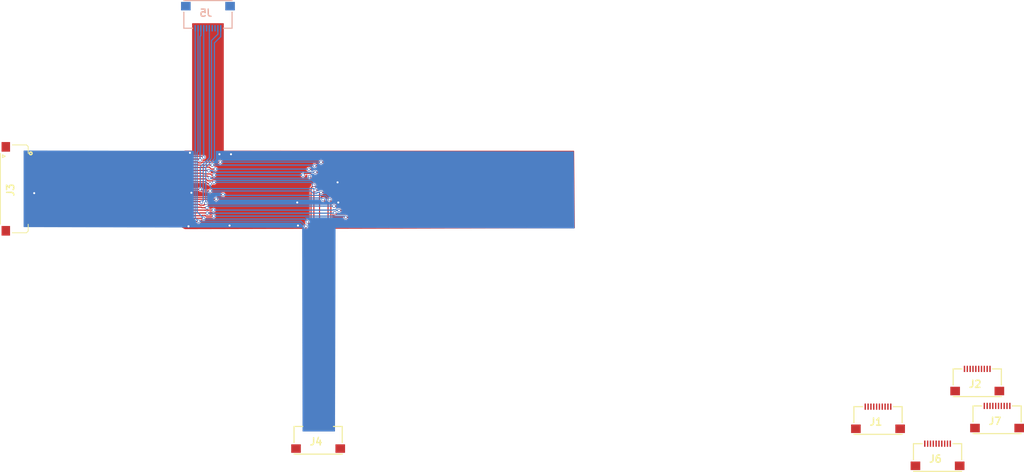
<source format=kicad_pcb>
(kicad_pcb (version 20171130) (host pcbnew "(5.1.4)-1")

  (general
    (thickness 1.6002)
    (drawings 0)
    (tracks 285)
    (zones 0)
    (modules 7)
    (nets 29)
  )

  (page USLetter)
  (title_block
    (rev 1)
  )

  (layers
    (0 Front signal)
    (1 In1.Cu signal)
    (2 In2.Cu signal)
    (31 Back signal)
    (34 B.Paste user hide)
    (35 F.Paste user hide)
    (36 B.SilkS user)
    (37 F.SilkS user)
    (38 B.Mask user hide)
    (39 F.Mask user hide)
    (44 Edge.Cuts user)
    (45 Margin user hide)
    (46 B.CrtYd user hide)
    (47 F.CrtYd user hide)
    (49 F.Fab user hide)
  )

  (setup
    (last_trace_width 0.2)
    (user_trace_width 0.2)
    (user_trace_width 0.4)
    (user_trace_width 0.6)
    (user_trace_width 1)
    (trace_clearance 0.127)
    (zone_clearance 0.127)
    (zone_45_only no)
    (trace_min 0.1)
    (via_size 0.5842)
    (via_drill 0.3556)
    (via_min_size 0.5)
    (via_min_drill 0.2)
    (user_via 0.5 0.2)
    (user_via 0.5842 0.3556)
    (user_via 0.9 0.4)
    (uvia_size 0.6858)
    (uvia_drill 0.3302)
    (uvias_allowed no)
    (uvia_min_size 0)
    (uvia_min_drill 0)
    (edge_width 0.05)
    (segment_width 0.2)
    (pcb_text_width 0.2)
    (pcb_text_size 1 1)
    (mod_edge_width 0.15)
    (mod_text_size 0.8 0.8)
    (mod_text_width 0.15)
    (pad_size 1.524 1.524)
    (pad_drill 0.762)
    (pad_to_mask_clearance 0)
    (solder_mask_min_width 0.1016)
    (aux_axis_origin 0 0)
    (visible_elements 7FFFF77F)
    (pcbplotparams
      (layerselection 0x010fc_ffffffff)
      (usegerberextensions false)
      (usegerberattributes false)
      (usegerberadvancedattributes false)
      (creategerberjobfile false)
      (excludeedgelayer true)
      (linewidth 0.152400)
      (plotframeref false)
      (viasonmask false)
      (mode 1)
      (useauxorigin false)
      (hpglpennumber 1)
      (hpglpenspeed 20)
      (hpglpendiameter 15.000000)
      (psnegative false)
      (psa4output false)
      (plotreference true)
      (plotvalue false)
      (plotinvisibletext false)
      (padsonsilk false)
      (subtractmaskfromsilk true)
      (outputformat 1)
      (mirror false)
      (drillshape 0)
      (scaleselection 1)
      (outputdirectory "./gerbers"))
  )

  (net 0 "")
  (net 1 COIL2_P)
  (net 2 COIL2_N)
  (net 3 GND)
  (net 4 3V3)
  (net 5 BURN)
  (net 6 SCL2)
  (net 7 SDA2)
  (net 8 BATT_N)
  (net 9 BATT_P)
  (net 10 COIL6_P)
  (net 11 COIL6_N)
  (net 12 "Net-(J2-Pad5)")
  (net 13 COIL1_P)
  (net 14 COIL1_N)
  (net 15 COIL3_P)
  (net 16 COIL3_N)
  (net 17 COIL4_N)
  (net 18 COIL4_P)
  (net 19 BATT_STAT)
  (net 20 SCL1)
  (net 21 SDA1)
  (net 22 BURN2)
  (net 23 BURN1)
  (net 24 COIL5_N)
  (net 25 COIL5_P)
  (net 26 "Net-(J4-Pad5)")
  (net 27 "Net-(J5-Pad5)")
  (net 28 "Net-(J6-Pad5)")

  (net_class Default "This is the default net class."
    (clearance 0.127)
    (trace_width 0.127)
    (via_dia 0.5842)
    (via_drill 0.3556)
    (uvia_dia 0.6858)
    (uvia_drill 0.3302)
    (diff_pair_width 0.1524)
    (diff_pair_gap 0.254)
    (add_net 3V3)
    (add_net BATT_N)
    (add_net BATT_P)
    (add_net BATT_STAT)
    (add_net BURN)
    (add_net BURN1)
    (add_net BURN2)
    (add_net COIL1_N)
    (add_net COIL1_P)
    (add_net COIL2_N)
    (add_net COIL2_P)
    (add_net COIL3_N)
    (add_net COIL3_P)
    (add_net COIL4_N)
    (add_net COIL4_P)
    (add_net COIL5_N)
    (add_net COIL5_P)
    (add_net COIL6_N)
    (add_net COIL6_P)
    (add_net GND)
    (add_net "Net-(J2-Pad5)")
    (add_net "Net-(J4-Pad5)")
    (add_net "Net-(J5-Pad5)")
    (add_net "Net-(J6-Pad5)")
    (add_net SCL1)
    (add_net SCL2)
    (add_net SDA1)
    (add_net SDA2)
  )

  (module custom-footprints:XF2M-1015-1A (layer Front) (tedit 0) (tstamp 5DC2019F)
    (at 243.4405 128.7115)
    (descr XF2M-1015-1A)
    (tags Connector)
    (path /5DBAEFB9)
    (attr smd)
    (fp_text reference J7 (at -0.37186 2.68404) (layer F.SilkS)
      (effects (font (size 1.27 1.27) (thickness 0.254)))
    )
    (fp_text value XF2M-1015-1A-mod (at -0.37186 2.68404) (layer F.SilkS) hide
      (effects (font (size 1.27 1.27) (thickness 0.254)))
    )
    (fp_line (start 4.25 0) (end 2.7 0) (layer F.SilkS) (width 0.2))
    (fp_line (start -4.25 0) (end -2.7 0) (layer F.SilkS) (width 0.2))
    (fp_line (start 4.25 0) (end 4.25 2.85) (layer F.SilkS) (width 0.2))
    (fp_line (start -4.25 0) (end -4.25 2.85) (layer F.SilkS) (width 0.2))
    (fp_line (start -4.25 4.88) (end 4.25 4.88) (layer F.SilkS) (width 0.2))
    (fp_line (start -4.25 4.88) (end -4.25 0) (layer F.Fab) (width 0.2))
    (fp_line (start 4.25 4.88) (end -4.25 4.88) (layer F.Fab) (width 0.2))
    (fp_line (start 4.25 0) (end 4.25 4.88) (layer F.Fab) (width 0.2))
    (fp_line (start -4.25 0) (end 4.25 0) (layer F.Fab) (width 0.2))
    (fp_text user %R (at -0.37186 2.68404) (layer F.Fab)
      (effects (font (size 1.27 1.27) (thickness 0.254)))
    )
    (pad 12 smd rect (at 3.9 3.9 90) (size 1.5 1.7) (layers Front F.Paste F.Mask))
    (pad 11 smd rect (at -3.9 3.9 90) (size 1.5 1.7) (layers Front F.Paste F.Mask))
    (pad 10 smd rect (at 2.25 0) (size 0.25 1.1) (layers Front F.Paste F.Mask)
      (net 13 COIL1_P))
    (pad 9 smd rect (at 1.75 0) (size 0.25 1.1) (layers Front F.Paste F.Mask)
      (net 14 COIL1_N))
    (pad 8 smd rect (at 1.25 0) (size 0.25 1.1) (layers Front F.Paste F.Mask)
      (net 3 GND))
    (pad 7 smd rect (at 0.75 0) (size 0.25 1.1) (layers Front F.Paste F.Mask)
      (net 3 GND))
    (pad 6 smd rect (at 0.25 0) (size 0.25 1.1) (layers Front F.Paste F.Mask)
      (net 4 3V3))
    (pad 5 smd rect (at -0.25 0) (size 0.25 1.1) (layers Front F.Paste F.Mask)
      (net 5 BURN))
    (pad 4 smd rect (at -0.75 0) (size 0.25 1.1) (layers Front F.Paste F.Mask)
      (net 6 SCL2))
    (pad 3 smd rect (at -1.25 0) (size 0.25 1.1) (layers Front F.Paste F.Mask)
      (net 7 SDA2))
    (pad 2 smd rect (at -1.75 0) (size 0.25 1.1) (layers Front F.Paste F.Mask)
      (net 8 BATT_N))
    (pad 1 smd rect (at -2.25 0) (size 0.25 1.1) (layers Front F.Paste F.Mask)
      (net 9 BATT_P))
    (model XF2M-1015-1A.stp
      (at (xyz 0 0 0))
      (scale (xyz 1 1 1))
      (rotate (xyz 0 0 0))
    )
  )

  (module custom-footprints:XF2M-1015-1A (layer Front) (tedit 0) (tstamp 5DC20185)
    (at 232.9405 135.3715)
    (descr XF2M-1015-1A)
    (tags Connector)
    (path /5DBADAEA)
    (attr smd)
    (fp_text reference J6 (at -0.37186 2.68404) (layer F.SilkS)
      (effects (font (size 1.27 1.27) (thickness 0.254)))
    )
    (fp_text value XF2M-1015-1A-mod (at -0.37186 2.68404) (layer F.SilkS) hide
      (effects (font (size 1.27 1.27) (thickness 0.254)))
    )
    (fp_line (start 4.25 0) (end 2.7 0) (layer F.SilkS) (width 0.2))
    (fp_line (start -4.25 0) (end -2.7 0) (layer F.SilkS) (width 0.2))
    (fp_line (start 4.25 0) (end 4.25 2.85) (layer F.SilkS) (width 0.2))
    (fp_line (start -4.25 0) (end -4.25 2.85) (layer F.SilkS) (width 0.2))
    (fp_line (start -4.25 4.88) (end 4.25 4.88) (layer F.SilkS) (width 0.2))
    (fp_line (start -4.25 4.88) (end -4.25 0) (layer F.Fab) (width 0.2))
    (fp_line (start 4.25 4.88) (end -4.25 4.88) (layer F.Fab) (width 0.2))
    (fp_line (start 4.25 0) (end 4.25 4.88) (layer F.Fab) (width 0.2))
    (fp_line (start -4.25 0) (end 4.25 0) (layer F.Fab) (width 0.2))
    (fp_text user %R (at -0.37186 2.68404) (layer F.Fab)
      (effects (font (size 1.27 1.27) (thickness 0.254)))
    )
    (pad 12 smd rect (at 3.9 3.9 90) (size 1.5 1.7) (layers Front F.Paste F.Mask))
    (pad 11 smd rect (at -3.9 3.9 90) (size 1.5 1.7) (layers Front F.Paste F.Mask))
    (pad 10 smd rect (at 2.25 0) (size 0.25 1.1) (layers Front F.Paste F.Mask)
      (net 25 COIL5_P))
    (pad 9 smd rect (at 1.75 0) (size 0.25 1.1) (layers Front F.Paste F.Mask)
      (net 24 COIL5_N))
    (pad 8 smd rect (at 1.25 0) (size 0.25 1.1) (layers Front F.Paste F.Mask)
      (net 3 GND))
    (pad 7 smd rect (at 0.75 0) (size 0.25 1.1) (layers Front F.Paste F.Mask)
      (net 3 GND))
    (pad 6 smd rect (at 0.25 0) (size 0.25 1.1) (layers Front F.Paste F.Mask)
      (net 4 3V3))
    (pad 5 smd rect (at -0.25 0) (size 0.25 1.1) (layers Front F.Paste F.Mask)
      (net 28 "Net-(J6-Pad5)"))
    (pad 4 smd rect (at -0.75 0) (size 0.25 1.1) (layers Front F.Paste F.Mask)
      (net 6 SCL2))
    (pad 3 smd rect (at -1.25 0) (size 0.25 1.1) (layers Front F.Paste F.Mask)
      (net 7 SDA2))
    (pad 2 smd rect (at -1.75 0) (size 0.25 1.1) (layers Front F.Paste F.Mask)
      (net 8 BATT_N))
    (pad 1 smd rect (at -2.25 0) (size 0.25 1.1) (layers Front F.Paste F.Mask)
      (net 9 BATT_P))
    (model XF2M-1015-1A.stp
      (at (xyz 0 0 0))
      (scale (xyz 1 1 1))
      (rotate (xyz 0 0 0))
    )
  )

  (module custom-footprints:XF2M-1015-1A (layer Back) (tedit 0) (tstamp 5DC20605)
    (at 104.267 62.103)
    (descr XF2M-1015-1A)
    (tags Connector)
    (path /5DBA53E7)
    (attr smd)
    (fp_text reference J5 (at -0.37186 -2.68404 180) (layer B.SilkS)
      (effects (font (size 1.27 1.27) (thickness 0.254)) (justify mirror))
    )
    (fp_text value XF2M-1015-1A-mod (at -0.37186 -2.68404 180) (layer B.SilkS) hide
      (effects (font (size 1.27 1.27) (thickness 0.254)) (justify mirror))
    )
    (fp_line (start 4.25 0) (end 2.7 0) (layer B.SilkS) (width 0.2))
    (fp_line (start -4.25 0) (end -2.7 0) (layer B.SilkS) (width 0.2))
    (fp_line (start 4.25 0) (end 4.25 -2.85) (layer B.SilkS) (width 0.2))
    (fp_line (start -4.25 0) (end -4.25 -2.85) (layer B.SilkS) (width 0.2))
    (fp_line (start -4.25 -4.88) (end 4.25 -4.88) (layer B.SilkS) (width 0.2))
    (fp_line (start -4.25 -4.88) (end -4.25 0) (layer B.Fab) (width 0.2))
    (fp_line (start 4.25 -4.88) (end -4.25 -4.88) (layer B.Fab) (width 0.2))
    (fp_line (start 4.25 0) (end 4.25 -4.88) (layer B.Fab) (width 0.2))
    (fp_line (start -4.25 0) (end 4.25 0) (layer B.Fab) (width 0.2))
    (fp_text user %R (at -0.37186 -2.68404 180) (layer B.Fab)
      (effects (font (size 1.27 1.27) (thickness 0.254)) (justify mirror))
    )
    (pad 12 smd rect (at 3.9 -3.9 270) (size 1.5 1.7) (layers Back B.Paste B.Mask))
    (pad 11 smd rect (at -3.9 -3.9 270) (size 1.5 1.7) (layers Back B.Paste B.Mask))
    (pad 10 smd rect (at 2.25 0) (size 0.25 1.1) (layers Back B.Paste B.Mask)
      (net 15 COIL3_P))
    (pad 9 smd rect (at 1.75 0) (size 0.25 1.1) (layers Back B.Paste B.Mask)
      (net 16 COIL3_N))
    (pad 8 smd rect (at 1.25 0) (size 0.25 1.1) (layers Back B.Paste B.Mask)
      (net 3 GND))
    (pad 7 smd rect (at 0.75 0) (size 0.25 1.1) (layers Back B.Paste B.Mask)
      (net 3 GND))
    (pad 6 smd rect (at 0.25 0) (size 0.25 1.1) (layers Back B.Paste B.Mask)
      (net 4 3V3))
    (pad 5 smd rect (at -0.25 0) (size 0.25 1.1) (layers Back B.Paste B.Mask)
      (net 27 "Net-(J5-Pad5)"))
    (pad 4 smd rect (at -0.75 0) (size 0.25 1.1) (layers Back B.Paste B.Mask)
      (net 6 SCL2))
    (pad 3 smd rect (at -1.25 0) (size 0.25 1.1) (layers Back B.Paste B.Mask)
      (net 7 SDA2))
    (pad 2 smd rect (at -1.75 0) (size 0.25 1.1) (layers Back B.Paste B.Mask)
      (net 8 BATT_N))
    (pad 1 smd rect (at -2.25 0) (size 0.25 1.1) (layers Back B.Paste B.Mask)
      (net 9 BATT_P))
    (model XF2M-1015-1A.stp
      (at (xyz 0 0 0))
      (scale (xyz 1 1 1))
      (rotate (xyz 0 0 0))
    )
  )

  (module custom-footprints:XF2M-1015-1A (layer Front) (tedit 0) (tstamp 5DC20151)
    (at 123.698 132.334)
    (descr XF2M-1015-1A)
    (tags Connector)
    (path /5DBAA7D7)
    (attr smd)
    (fp_text reference J4 (at -0.37186 2.68404) (layer F.SilkS)
      (effects (font (size 1.27 1.27) (thickness 0.254)))
    )
    (fp_text value XF2M-1015-1A-mod (at -0.37186 2.68404) (layer F.SilkS) hide
      (effects (font (size 1.27 1.27) (thickness 0.254)))
    )
    (fp_line (start 4.25 0) (end 2.7 0) (layer F.SilkS) (width 0.2))
    (fp_line (start -4.25 0) (end -2.7 0) (layer F.SilkS) (width 0.2))
    (fp_line (start 4.25 0) (end 4.25 2.85) (layer F.SilkS) (width 0.2))
    (fp_line (start -4.25 0) (end -4.25 2.85) (layer F.SilkS) (width 0.2))
    (fp_line (start -4.25 4.88) (end 4.25 4.88) (layer F.SilkS) (width 0.2))
    (fp_line (start -4.25 4.88) (end -4.25 0) (layer F.Fab) (width 0.2))
    (fp_line (start 4.25 4.88) (end -4.25 4.88) (layer F.Fab) (width 0.2))
    (fp_line (start 4.25 0) (end 4.25 4.88) (layer F.Fab) (width 0.2))
    (fp_line (start -4.25 0) (end 4.25 0) (layer F.Fab) (width 0.2))
    (fp_text user %R (at -0.37186 2.68404) (layer F.Fab)
      (effects (font (size 1.27 1.27) (thickness 0.254)))
    )
    (pad 12 smd rect (at 3.9 3.9 90) (size 1.5 1.7) (layers Front F.Paste F.Mask))
    (pad 11 smd rect (at -3.9 3.9 90) (size 1.5 1.7) (layers Front F.Paste F.Mask))
    (pad 10 smd rect (at 2.25 0) (size 0.25 1.1) (layers Front F.Paste F.Mask)
      (net 18 COIL4_P))
    (pad 9 smd rect (at 1.75 0) (size 0.25 1.1) (layers Front F.Paste F.Mask)
      (net 17 COIL4_N))
    (pad 8 smd rect (at 1.25 0) (size 0.25 1.1) (layers Front F.Paste F.Mask)
      (net 3 GND))
    (pad 7 smd rect (at 0.75 0) (size 0.25 1.1) (layers Front F.Paste F.Mask)
      (net 3 GND))
    (pad 6 smd rect (at 0.25 0) (size 0.25 1.1) (layers Front F.Paste F.Mask)
      (net 4 3V3))
    (pad 5 smd rect (at -0.25 0) (size 0.25 1.1) (layers Front F.Paste F.Mask)
      (net 26 "Net-(J4-Pad5)"))
    (pad 4 smd rect (at -0.75 0) (size 0.25 1.1) (layers Front F.Paste F.Mask)
      (net 20 SCL1))
    (pad 3 smd rect (at -1.25 0) (size 0.25 1.1) (layers Front F.Paste F.Mask)
      (net 21 SDA1))
    (pad 2 smd rect (at -1.75 0) (size 0.25 1.1) (layers Front F.Paste F.Mask)
      (net 8 BATT_N))
    (pad 1 smd rect (at -2.25 0) (size 0.25 1.1) (layers Front F.Paste F.Mask)
      (net 9 BATT_P))
    (model XF2M-1015-1A.stp
      (at (xyz 0 0 0))
      (scale (xyz 1 1 1))
      (rotate (xyz 0 0 0))
    )
  )

  (module custom-footprints:XF2M-2415-1A (layer Front) (tedit 0) (tstamp 5DC203B8)
    (at 72.517 90.424 270)
    (descr XF2M-2415-1A)
    (tags Connector)
    (path /5DBA5DA6)
    (attr smd)
    (fp_text reference J3 (at 0.2 3.075 90) (layer F.SilkS)
      (effects (font (size 1.27 1.27) (thickness 0.254)))
    )
    (fp_text value xf2m-2415-1a-mod (at 0.2 3.075 90) (layer F.SilkS) hide
      (effects (font (size 1.27 1.27) (thickness 0.254)))
    )
    (fp_circle (center -6.25 -0.5) (end -6.25 -0.3882) (layer F.Fab) (width 0.25))
    (fp_circle (center -6.25 -0.5) (end -6.25 -0.3882) (layer F.SilkS) (width 0.25))
    (fp_line (start -5.5 4.5) (end -6 4.5) (layer F.Fab) (width 0.15))
    (fp_line (start -5.75 4) (end -5.5 4.5) (layer F.Fab) (width 0.15))
    (fp_line (start -6 4.5) (end -5.75 4) (layer F.Fab) (width 0.15))
    (fp_line (start 7.75 4.85) (end -7.75 4.85) (layer F.Fab) (width 0.15))
    (fp_line (start 7.75 0.25) (end 7.75 4.85) (layer F.Fab) (width 0.15))
    (fp_line (start 7.45 -0.05) (end 7.75 0.25) (layer F.Fab) (width 0.15))
    (fp_line (start 6.25 -0.05) (end 7.45 -0.05) (layer F.Fab) (width 0.15))
    (fp_line (start 6.25 1) (end 6.25 -0.05) (layer F.Fab) (width 0.15))
    (fp_line (start -6.25 1) (end 6.25 1) (layer F.Fab) (width 0.15))
    (fp_line (start -6.25 -0.05) (end -6.25 1) (layer F.Fab) (width 0.15))
    (fp_line (start -7.45 -0.05) (end -6.25 -0.05) (layer F.Fab) (width 0.15))
    (fp_line (start -7.75 0.25) (end -7.45 -0.05) (layer F.Fab) (width 0.15))
    (fp_line (start -7.75 4.85) (end -7.75 0.25) (layer F.Fab) (width 0.15))
    (fp_line (start -5.5 4.5) (end -6 4.5) (layer F.SilkS) (width 0.15))
    (fp_line (start -5.75 4) (end -5.5 4.5) (layer F.SilkS) (width 0.15))
    (fp_line (start -6 4.5) (end -5.75 4) (layer F.SilkS) (width 0.15))
    (fp_line (start -6.25 4.85) (end 6.25 4.85) (layer F.SilkS) (width 0.15))
    (fp_line (start 7.45 -0.05) (end 6.25 -0.05) (layer F.SilkS) (width 0.15))
    (fp_line (start 7.75 0.25) (end 7.45 -0.05) (layer F.SilkS) (width 0.15))
    (fp_line (start 7.75 2.75) (end 7.75 0.25) (layer F.SilkS) (width 0.15))
    (fp_line (start -7.45 -0.05) (end -6.25 -0.05) (layer F.SilkS) (width 0.15))
    (fp_line (start -7.75 0.25) (end -7.45 -0.05) (layer F.SilkS) (width 0.15))
    (fp_line (start -7.75 2.75) (end -7.75 0.25) (layer F.SilkS) (width 0.15))
    (fp_text user %R (at 0.2 3.075 90) (layer F.Fab)
      (effects (font (size 1.27 1.27) (thickness 0.254)))
    )
    (pad 26 smd rect (at 7.4 3.9) (size 1.5 1.7) (layers Front F.Paste F.Mask))
    (pad 25 smd rect (at -7.4 3.9) (size 1.5 1.7) (layers Front F.Paste F.Mask))
    (pad 24 smd rect (at 5.75 0 270) (size 0.25 1.1) (layers Front F.Paste F.Mask)
      (net 9 BATT_P))
    (pad 23 smd rect (at 5.25 0 270) (size 0.25 1.1) (layers Front F.Paste F.Mask)
      (net 8 BATT_N))
    (pad 22 smd rect (at 4.75 0 270) (size 0.25 1.1) (layers Front F.Paste F.Mask)
      (net 13 COIL1_P))
    (pad 21 smd rect (at 4.25 0 270) (size 0.25 1.1) (layers Front F.Paste F.Mask)
      (net 14 COIL1_N))
    (pad 20 smd rect (at 3.75 0 270) (size 0.25 1.1) (layers Front F.Paste F.Mask)
      (net 2 COIL2_N))
    (pad 19 smd rect (at 3.25 0 270) (size 0.25 1.1) (layers Front F.Paste F.Mask)
      (net 1 COIL2_P))
    (pad 18 smd rect (at 2.75 0 270) (size 0.25 1.1) (layers Front F.Paste F.Mask)
      (net 15 COIL3_P))
    (pad 17 smd rect (at 2.25 0 270) (size 0.25 1.1) (layers Front F.Paste F.Mask)
      (net 16 COIL3_N))
    (pad 16 smd rect (at 1.75 0 270) (size 0.25 1.1) (layers Front F.Paste F.Mask)
      (net 17 COIL4_N))
    (pad 15 smd rect (at 1.25 0 270) (size 0.25 1.1) (layers Front F.Paste F.Mask)
      (net 18 COIL4_P))
    (pad 14 smd rect (at 0.75 0 270) (size 0.25 1.1) (layers Front F.Paste F.Mask)
      (net 3 GND))
    (pad 13 smd rect (at 0.25 0 270) (size 0.25 1.1) (layers Front F.Paste F.Mask)
      (net 4 3V3))
    (pad 12 smd rect (at -0.25 0 270) (size 0.25 1.1) (layers Front F.Paste F.Mask)
      (net 4 3V3))
    (pad 11 smd rect (at -0.75 0 270) (size 0.25 1.1) (layers Front F.Paste F.Mask)
      (net 19 BATT_STAT))
    (pad 10 smd rect (at -1.25 0 270) (size 0.25 1.1) (layers Front F.Paste F.Mask)
      (net 20 SCL1))
    (pad 9 smd rect (at -1.75 0 270) (size 0.25 1.1) (layers Front F.Paste F.Mask)
      (net 21 SDA1))
    (pad 8 smd rect (at -2.25 0 270) (size 0.25 1.1) (layers Front F.Paste F.Mask)
      (net 22 BURN2))
    (pad 7 smd rect (at -2.75 0 270) (size 0.25 1.1) (layers Front F.Paste F.Mask)
      (net 23 BURN1))
    (pad 6 smd rect (at -3.25 0 270) (size 0.25 1.1) (layers Front F.Paste F.Mask)
      (net 24 COIL5_N))
    (pad 5 smd rect (at -3.75 0 270) (size 0.25 1.1) (layers Front F.Paste F.Mask)
      (net 25 COIL5_P))
    (pad 4 smd rect (at -4.25 0 270) (size 0.25 1.1) (layers Front F.Paste F.Mask)
      (net 11 COIL6_N))
    (pad 3 smd rect (at -4.75 0 270) (size 0.25 1.1) (layers Front F.Paste F.Mask)
      (net 10 COIL6_P))
    (pad 2 smd rect (at -5.25 0 270) (size 0.25 1.1) (layers Front F.Paste F.Mask)
      (net 7 SDA2))
    (pad 1 smd rect (at -5.75 0 270) (size 0.25 1.1) (layers Front F.Paste F.Mask)
      (net 6 SCL2))
    (model xf2m-2415-1a.stp
      (at (xyz 0 0 0))
      (scale (xyz 1 1 1))
      (rotate (xyz 0 0 0))
    )
  )

  (module custom-footprints:XF2M-1015-1A (layer Front) (tedit 0) (tstamp 5DC200FF)
    (at 239.9405 122.1815)
    (descr XF2M-1015-1A)
    (tags Connector)
    (path /5DBAEFA0)
    (attr smd)
    (fp_text reference J2 (at -0.37186 2.68404) (layer F.SilkS)
      (effects (font (size 1.27 1.27) (thickness 0.254)))
    )
    (fp_text value XF2M-1015-1A-mod (at -0.37186 2.68404) (layer F.SilkS) hide
      (effects (font (size 1.27 1.27) (thickness 0.254)))
    )
    (fp_line (start 4.25 0) (end 2.7 0) (layer F.SilkS) (width 0.2))
    (fp_line (start -4.25 0) (end -2.7 0) (layer F.SilkS) (width 0.2))
    (fp_line (start 4.25 0) (end 4.25 2.85) (layer F.SilkS) (width 0.2))
    (fp_line (start -4.25 0) (end -4.25 2.85) (layer F.SilkS) (width 0.2))
    (fp_line (start -4.25 4.88) (end 4.25 4.88) (layer F.SilkS) (width 0.2))
    (fp_line (start -4.25 4.88) (end -4.25 0) (layer F.Fab) (width 0.2))
    (fp_line (start 4.25 4.88) (end -4.25 4.88) (layer F.Fab) (width 0.2))
    (fp_line (start 4.25 0) (end 4.25 4.88) (layer F.Fab) (width 0.2))
    (fp_line (start -4.25 0) (end 4.25 0) (layer F.Fab) (width 0.2))
    (fp_text user %R (at -0.37186 2.68404) (layer F.Fab)
      (effects (font (size 1.27 1.27) (thickness 0.254)))
    )
    (pad 12 smd rect (at 3.9 3.9 90) (size 1.5 1.7) (layers Front F.Paste F.Mask))
    (pad 11 smd rect (at -3.9 3.9 90) (size 1.5 1.7) (layers Front F.Paste F.Mask))
    (pad 10 smd rect (at 2.25 0) (size 0.25 1.1) (layers Front F.Paste F.Mask)
      (net 10 COIL6_P))
    (pad 9 smd rect (at 1.75 0) (size 0.25 1.1) (layers Front F.Paste F.Mask)
      (net 11 COIL6_N))
    (pad 8 smd rect (at 1.25 0) (size 0.25 1.1) (layers Front F.Paste F.Mask)
      (net 3 GND))
    (pad 7 smd rect (at 0.75 0) (size 0.25 1.1) (layers Front F.Paste F.Mask)
      (net 3 GND))
    (pad 6 smd rect (at 0.25 0) (size 0.25 1.1) (layers Front F.Paste F.Mask)
      (net 4 3V3))
    (pad 5 smd rect (at -0.25 0) (size 0.25 1.1) (layers Front F.Paste F.Mask)
      (net 12 "Net-(J2-Pad5)"))
    (pad 4 smd rect (at -0.75 0) (size 0.25 1.1) (layers Front F.Paste F.Mask)
      (net 6 SCL2))
    (pad 3 smd rect (at -1.25 0) (size 0.25 1.1) (layers Front F.Paste F.Mask)
      (net 7 SDA2))
    (pad 2 smd rect (at -1.75 0) (size 0.25 1.1) (layers Front F.Paste F.Mask)
      (net 8 BATT_N))
    (pad 1 smd rect (at -2.25 0) (size 0.25 1.1) (layers Front F.Paste F.Mask)
      (net 9 BATT_P))
    (model XF2M-1015-1A.stp
      (at (xyz 0 0 0))
      (scale (xyz 1 1 1))
      (rotate (xyz 0 0 0))
    )
  )

  (module custom-footprints:XF2M-1015-1A (layer Front) (tedit 0) (tstamp 5DC200E5)
    (at 222.4405 128.8415)
    (descr XF2M-1015-1A)
    (tags Connector)
    (path /5DBADB03)
    (attr smd)
    (fp_text reference J1 (at -0.37186 2.68404) (layer F.SilkS)
      (effects (font (size 1.27 1.27) (thickness 0.254)))
    )
    (fp_text value XF2M-1015-1A-mod (at -0.37186 2.68404) (layer F.SilkS) hide
      (effects (font (size 1.27 1.27) (thickness 0.254)))
    )
    (fp_line (start 4.25 0) (end 2.7 0) (layer F.SilkS) (width 0.2))
    (fp_line (start -4.25 0) (end -2.7 0) (layer F.SilkS) (width 0.2))
    (fp_line (start 4.25 0) (end 4.25 2.85) (layer F.SilkS) (width 0.2))
    (fp_line (start -4.25 0) (end -4.25 2.85) (layer F.SilkS) (width 0.2))
    (fp_line (start -4.25 4.88) (end 4.25 4.88) (layer F.SilkS) (width 0.2))
    (fp_line (start -4.25 4.88) (end -4.25 0) (layer F.Fab) (width 0.2))
    (fp_line (start 4.25 4.88) (end -4.25 4.88) (layer F.Fab) (width 0.2))
    (fp_line (start 4.25 0) (end 4.25 4.88) (layer F.Fab) (width 0.2))
    (fp_line (start -4.25 0) (end 4.25 0) (layer F.Fab) (width 0.2))
    (fp_text user %R (at -0.37186 2.68404) (layer F.Fab)
      (effects (font (size 1.27 1.27) (thickness 0.254)))
    )
    (pad 12 smd rect (at 3.9 3.9 90) (size 1.5 1.7) (layers Front F.Paste F.Mask))
    (pad 11 smd rect (at -3.9 3.9 90) (size 1.5 1.7) (layers Front F.Paste F.Mask))
    (pad 10 smd rect (at 2.25 0) (size 0.25 1.1) (layers Front F.Paste F.Mask)
      (net 1 COIL2_P))
    (pad 9 smd rect (at 1.75 0) (size 0.25 1.1) (layers Front F.Paste F.Mask)
      (net 2 COIL2_N))
    (pad 8 smd rect (at 1.25 0) (size 0.25 1.1) (layers Front F.Paste F.Mask)
      (net 3 GND))
    (pad 7 smd rect (at 0.75 0) (size 0.25 1.1) (layers Front F.Paste F.Mask)
      (net 3 GND))
    (pad 6 smd rect (at 0.25 0) (size 0.25 1.1) (layers Front F.Paste F.Mask)
      (net 4 3V3))
    (pad 5 smd rect (at -0.25 0) (size 0.25 1.1) (layers Front F.Paste F.Mask)
      (net 5 BURN))
    (pad 4 smd rect (at -0.75 0) (size 0.25 1.1) (layers Front F.Paste F.Mask)
      (net 6 SCL2))
    (pad 3 smd rect (at -1.25 0) (size 0.25 1.1) (layers Front F.Paste F.Mask)
      (net 7 SDA2))
    (pad 2 smd rect (at -1.75 0) (size 0.25 1.1) (layers Front F.Paste F.Mask)
      (net 8 BATT_N))
    (pad 1 smd rect (at -2.25 0) (size 0.25 1.1) (layers Front F.Paste F.Mask)
      (net 9 BATT_P))
    (model XF2M-1015-1A.stp
      (at (xyz 0 0 0))
      (scale (xyz 1 1 1))
      (rotate (xyz 0 0 0))
    )
  )

  (segment (start 103.111265 93.674) (end 103.195923 93.758658) (width 0.2) (layer Front) (net 1))
  (via (at 104.081928 93.758658) (size 0.5842) (drill 0.3556) (layers Front Back) (net 1))
  (segment (start 103.195923 93.758658) (end 103.668837 93.758658) (width 0.2) (layer Front) (net 1))
  (segment (start 103.668837 93.758658) (end 104.081928 93.758658) (width 0.2) (layer Front) (net 1))
  (segment (start 72.517 93.674) (end 103.111265 93.674) (width 0.2) (layer Front) (net 1))
  (segment (start 105.283 93.472) (end 124.714 93.472) (width 0.2) (layer Back) (net 1))
  (segment (start 105.277559 93.466559) (end 105.283 93.472) (width 0.2) (layer Back) (net 1))
  (segment (start 104.081928 93.758658) (end 104.374027 93.466559) (width 0.2) (layer Back) (net 1))
  (segment (start 104.374027 93.466559) (end 105.277559 93.466559) (width 0.2) (layer Back) (net 1))
  (via (at 126.492 93.472) (size 0.5842) (drill 0.3556) (layers Front Back) (net 1))
  (segment (start 124.714 93.472) (end 126.492 93.472) (width 0.2) (layer Back) (net 1))
  (segment (start 126.492 93.472) (end 136.652 93.472) (width 0.2) (layer Front) (net 1))
  (segment (start 104.262169 94.193101) (end 104.28127 94.174) (width 0.2) (layer Front) (net 2))
  (segment (start 104.28127 94.174) (end 104.327 94.174) (width 0.2) (layer Front) (net 2))
  (segment (start 72.517 94.174) (end 103.74473 94.174) (width 0.2) (layer Front) (net 2))
  (segment (start 103.74473 94.174) (end 103.763831 94.193101) (width 0.2) (layer Front) (net 2))
  (segment (start 103.763831 94.193101) (end 104.262169 94.193101) (width 0.2) (layer Front) (net 2))
  (via (at 105.24236 94.17812) (size 0.5842) (drill 0.3556) (layers Front Back) (net 2))
  (segment (start 104.262169 94.193101) (end 104.27715 94.17812) (width 0.2) (layer Front) (net 2))
  (segment (start 104.829269 94.17812) (end 105.24236 94.17812) (width 0.2) (layer Front) (net 2))
  (segment (start 104.27715 94.17812) (end 104.829269 94.17812) (width 0.2) (layer Front) (net 2))
  (via (at 127.381 94.234) (size 0.5842) (drill 0.3556) (layers Front Back) (net 2))
  (segment (start 126.851717 94.117808) (end 126.967909 94.234) (width 0.2) (layer Back) (net 2))
  (segment (start 126.967909 94.234) (end 127.381 94.234) (width 0.2) (layer Back) (net 2))
  (segment (start 126.309518 94.17812) (end 126.36983 94.117808) (width 0.2) (layer Back) (net 2))
  (segment (start 105.24236 94.17812) (end 126.309518 94.17812) (width 0.2) (layer Back) (net 2))
  (segment (start 126.36983 94.117808) (end 126.851717 94.117808) (width 0.2) (layer Back) (net 2))
  (segment (start 127.381 94.234) (end 136.652 94.234) (width 0.2) (layer Front) (net 2))
  (via (at 73.6219 91.186) (size 0.5842) (drill 0.3556) (layers Front Back) (net 3))
  (segment (start 73.6099 91.174) (end 73.6219 91.186) (width 0.2) (layer Front) (net 3))
  (segment (start 72.517 91.174) (end 73.6099 91.174) (width 0.2) (layer Front) (net 3))
  (via (at 101.346 91.1225) (size 0.5842) (drill 0.3556) (layers Front Back) (net 3) (tstamp 5DC207DE))
  (via (at 101.092 84.074) (size 0.5842) (drill 0.3556) (layers Front Back) (net 3))
  (via (at 100.838 97.028) (size 0.5842) (drill 0.3556) (layers Front Back) (net 3))
  (via (at 106.299 84.328) (size 0.5842) (drill 0.3556) (layers Front Back) (net 3))
  (via (at 108.331 84.328) (size 0.5842) (drill 0.3556) (layers Front Back) (net 3))
  (via (at 108.077 96.901) (size 0.5842) (drill 0.3556) (layers Front Back) (net 3))
  (via (at 120.142 96.901) (size 0.5842) (drill 0.3556) (layers Front Back) (net 3) (tstamp 5DC213E0))
  (via (at 120.015 92.837) (size 0.5842) (drill 0.3556) (layers Front Back) (net 3) (tstamp 5DC213E2))
  (via (at 127.254 92.837) (size 0.5842) (drill 0.3556) (layers Front Back) (net 3) (tstamp 5DC213F9))
  (via (at 127.127 89.281) (size 0.5842) (drill 0.3556) (layers Front Back) (net 3) (tstamp 5DC2141F))
  (segment (start 104.108048 94.674) (end 104.148756 94.714708) (width 0.2) (layer Front) (net 14))
  (segment (start 72.517 94.674) (end 104.108048 94.674) (width 0.2) (layer Front) (net 14))
  (via (at 104.148756 94.714708) (size 0.5842) (drill 0.3556) (layers Front Back) (net 14))
  (segment (start 102.499788 90.517331) (end 102.912879 90.517331) (width 0.2) (layer Front) (net 4))
  (segment (start 73.321428 90.674) (end 73.478097 90.517331) (width 0.2) (layer Front) (net 4))
  (via (at 102.912879 90.517331) (size 0.5842) (drill 0.3556) (layers Front Back) (net 4))
  (segment (start 72.517 90.674) (end 73.321428 90.674) (width 0.2) (layer Front) (net 4))
  (segment (start 73.566669 90.473669) (end 73.566669 90.517331) (width 0.2) (layer Front) (net 4))
  (segment (start 73.267 90.174) (end 73.566669 90.473669) (width 0.2) (layer Front) (net 4))
  (segment (start 72.517 90.174) (end 73.267 90.174) (width 0.2) (layer Front) (net 4))
  (segment (start 73.478097 90.517331) (end 73.566669 90.517331) (width 0.2) (layer Front) (net 4))
  (segment (start 73.566669 90.517331) (end 102.499788 90.517331) (width 0.2) (layer Front) (net 4))
  (segment (start 102.912879 90.10424) (end 102.912879 90.517331) (width 0.2) (layer Back) (net 4))
  (segment (start 102.912879 86.568995) (end 102.912879 90.10424) (width 0.2) (layer Back) (net 4))
  (segment (start 104.521 84.960874) (end 102.912879 86.568995) (width 0.2) (layer Back) (net 4))
  (segment (start 104.521 63.754) (end 104.521 84.960874) (width 0.2) (layer Back) (net 4))
  (segment (start 104.517 62.103) (end 104.517 63.75) (width 0.2) (layer Back) (net 4))
  (segment (start 104.517 63.75) (end 104.521 63.754) (width 0.2) (layer Back) (net 4))
  (via (at 124.206 91.059) (size 0.5842) (drill 0.3556) (layers Front Back) (net 4))
  (segment (start 135.89 91.059) (end 124.619091 91.059) (width 0.2) (layer Front) (net 4))
  (segment (start 124.619091 91.059) (end 124.206 91.059) (width 0.2) (layer Front) (net 4))
  (via (at 104.648 90.805) (size 0.5842) (drill 0.3556) (layers Front Back) (net 4))
  (segment (start 122.42173 90.805) (end 105.061091 90.805) (width 0.2) (layer Back) (net 4))
  (segment (start 105.061091 90.805) (end 104.648 90.805) (width 0.2) (layer Back) (net 4))
  (segment (start 122.813831 91.197101) (end 122.42173 90.805) (width 0.2) (layer Back) (net 4))
  (segment (start 123.439169 91.197101) (end 122.813831 91.197101) (width 0.2) (layer Back) (net 4))
  (segment (start 123.57727 91.059) (end 123.439169 91.197101) (width 0.2) (layer Back) (net 4))
  (segment (start 124.206 91.059) (end 123.57727 91.059) (width 0.2) (layer Back) (net 4))
  (segment (start 103.200548 90.805) (end 104.648 90.805) (width 0.2) (layer Front) (net 4))
  (segment (start 102.912879 90.517331) (end 103.200548 90.805) (width 0.2) (layer Front) (net 4))
  (segment (start 123.948 132.334) (end 123.948 130.806) (width 0.2) (layer Front) (net 4))
  (segment (start 123.948 130.806) (end 123.948 91.317) (width 0.2) (layer Front) (net 4))
  (segment (start 123.948 130.806) (end 123.948 129.282) (width 0.2) (layer Front) (net 4))
  (segment (start 123.948 91.317) (end 124.206 91.059) (width 0.2) (layer Front) (net 4))
  (via (at 103.505 84.836) (size 0.5842) (drill 0.3556) (layers Front Back) (net 6))
  (segment (start 103.343 84.674) (end 103.378 84.709) (width 0.2) (layer Front) (net 6))
  (segment (start 103.517 62.103) (end 103.517 84.824) (width 0.2) (layer Back) (net 6))
  (segment (start 103.517 84.824) (end 103.505 84.836) (width 0.2) (layer Back) (net 6))
  (segment (start 103.378 84.709) (end 103.505 84.836) (width 0.2) (layer Front) (net 6))
  (segment (start 72.517 84.674) (end 103.343 84.674) (width 0.2) (layer Front) (net 6))
  (via (at 102.87 85.344) (size 0.5842) (drill 0.3556) (layers Front Back) (net 7))
  (segment (start 103.017 62.103) (end 103.017 63.393) (width 0.2) (layer Back) (net 7))
  (segment (start 102.87 84.930909) (end 102.87 85.344) (width 0.2) (layer Back) (net 7))
  (segment (start 102.87 63.54) (end 102.87 84.930909) (width 0.2) (layer Back) (net 7))
  (segment (start 102.7 85.174) (end 102.87 85.344) (width 0.2) (layer Front) (net 7))
  (segment (start 103.017 63.393) (end 102.87 63.54) (width 0.2) (layer Back) (net 7))
  (segment (start 72.517 85.174) (end 102.7 85.174) (width 0.2) (layer Front) (net 7))
  (segment (start 102.517 83.831265) (end 102.350898 83.997367) (width 0.2) (layer Back) (net 8))
  (via (at 103.505 95.61989) (size 0.5842) (drill 0.3556) (layers Front Back) (net 8))
  (segment (start 102.350898 83.997367) (end 102.350898 94.465788) (width 0.2) (layer Back) (net 8))
  (segment (start 102.350898 94.465788) (end 103.212901 95.327791) (width 0.2) (layer Back) (net 8))
  (segment (start 103.212901 95.327791) (end 103.505 95.61989) (width 0.2) (layer Back) (net 8))
  (segment (start 72.517 95.674) (end 102.058728 95.674) (width 0.2) (layer Front) (net 8))
  (segment (start 102.058728 95.674) (end 102.112838 95.61989) (width 0.2) (layer Front) (net 8))
  (segment (start 103.091909 95.61989) (end 103.505 95.61989) (width 0.2) (layer Front) (net 8))
  (segment (start 102.112838 95.61989) (end 103.091909 95.61989) (width 0.2) (layer Front) (net 8))
  (segment (start 102.517 62.329) (end 102.517 83.831265) (width 0.2) (layer Back) (net 8))
  (via (at 121.793 96.266) (size 0.5842) (drill 0.3556) (layers Front Back) (net 8))
  (segment (start 121.948 132.334) (end 121.948 97.635) (width 0.2) (layer Front) (net 8))
  (segment (start 121.948 97.635) (end 121.948 97.508) (width 0.2) (layer Front) (net 8))
  (segment (start 121.948 97.635) (end 121.948 97.387272) (width 0.2) (layer Front) (net 8))
  (segment (start 121.948 97.387272) (end 122.085099 97.250173) (width 0.2) (layer Front) (net 8))
  (segment (start 122.085099 96.558099) (end 121.793 96.266) (width 0.2) (layer Front) (net 8))
  (segment (start 122.085099 97.250173) (end 122.085099 96.558099) (width 0.2) (layer Front) (net 8))
  (segment (start 103.643112 95.758002) (end 103.505 95.61989) (width 0.2) (layer Back) (net 8))
  (segment (start 121.793 96.266) (end 121.285002 95.758002) (width 0.2) (layer Back) (net 8))
  (segment (start 121.285002 95.758002) (end 103.643112 95.758002) (width 0.2) (layer Back) (net 8))
  (segment (start 102.017 62.103) (end 102.017 95.54001) (width 0.2) (layer Back) (net 9))
  (segment (start 72.517 96.174) (end 102.58099 96.174) (width 0.2) (layer Front) (net 9))
  (segment (start 102.017 95.54001) (end 102.61599 96.139) (width 0.2) (layer Back) (net 9))
  (segment (start 102.58099 96.174) (end 102.61599 96.139) (width 0.2) (layer Front) (net 9))
  (via (at 102.61599 96.139) (size 0.5842) (drill 0.3556) (layers Front Back) (net 9))
  (segment (start 121.448 131.584) (end 121.539 131.493) (width 0.2) (layer Front) (net 9))
  (segment (start 121.448 132.334) (end 121.448 131.584) (width 0.2) (layer Front) (net 9))
  (segment (start 121.539 131.493) (end 121.539 97.536) (width 0.2) (layer Front) (net 9))
  (via (at 121.539 97.028) (size 0.5842) (drill 0.3556) (layers Front Back) (net 9))
  (segment (start 121.539 97.536) (end 121.539 97.028) (width 0.2) (layer Front) (net 9))
  (segment (start 120.65 96.139) (end 121.539 97.028) (width 0.2) (layer Back) (net 9))
  (segment (start 102.61599 96.139) (end 120.65 96.139) (width 0.2) (layer Back) (net 9))
  (via (at 106.439336 85.71389) (size 0.5842) (drill 0.3556) (layers Front Back) (net 10))
  (via (at 124.206 85.725) (size 0.5842) (drill 0.3556) (layers Front Back) (net 10))
  (segment (start 124.19489 85.71389) (end 124.206 85.725) (width 0.2) (layer Back) (net 10))
  (segment (start 106.439336 85.71389) (end 124.19489 85.71389) (width 0.2) (layer Back) (net 10))
  (segment (start 124.206 85.725) (end 136.779 85.725) (width 0.2) (layer Front) (net 10))
  (segment (start 102.620831 85.863101) (end 103.119169 85.863101) (width 0.2) (layer Front) (net 10))
  (segment (start 103.119169 85.863101) (end 103.26838 85.71389) (width 0.2) (layer Front) (net 10))
  (segment (start 103.26838 85.71389) (end 106.026245 85.71389) (width 0.2) (layer Front) (net 10))
  (segment (start 106.026245 85.71389) (end 106.439336 85.71389) (width 0.2) (layer Front) (net 10))
  (segment (start 102.43173 85.674) (end 102.620831 85.863101) (width 0.2) (layer Front) (net 10))
  (segment (start 72.517 85.674) (end 102.43173 85.674) (width 0.2) (layer Front) (net 10))
  (via (at 105.029004 86.233) (size 0.5842) (drill 0.3556) (layers Front Back) (net 11))
  (segment (start 122.935998 86.233) (end 123.063 86.360002) (width 0.2) (layer Back) (net 11))
  (segment (start 105.029004 86.233) (end 122.935998 86.233) (width 0.2) (layer Back) (net 11))
  (via (at 123.063 86.360002) (size 0.5842) (drill 0.3556) (layers Front Back) (net 11))
  (segment (start 123.063 86.360002) (end 137.413998 86.360002) (width 0.2) (layer Front) (net 11))
  (segment (start 72.517 86.174) (end 102.469267 86.174) (width 0.2) (layer Front) (net 11))
  (segment (start 104.615913 86.233) (end 105.029004 86.233) (width 0.2) (layer Front) (net 11))
  (segment (start 102.528267 86.233) (end 104.615913 86.233) (width 0.2) (layer Front) (net 11))
  (segment (start 102.469267 86.174) (end 102.528267 86.233) (width 0.2) (layer Front) (net 11))
  (via (at 105.284279 95.233818) (size 0.5842) (drill 0.3556) (layers Front Back) (net 13))
  (segment (start 103.18262 95.174) (end 103.255831 95.100789) (width 0.2) (layer Front) (net 13))
  (segment (start 104.871188 95.233818) (end 105.284279 95.233818) (width 0.2) (layer Front) (net 13))
  (segment (start 72.517 95.174) (end 103.18262 95.174) (width 0.2) (layer Front) (net 13))
  (segment (start 103.887198 95.233818) (end 104.871188 95.233818) (width 0.2) (layer Front) (net 13))
  (segment (start 103.754169 95.100789) (end 103.887198 95.233818) (width 0.2) (layer Front) (net 13))
  (segment (start 103.255831 95.100789) (end 103.754169 95.100789) (width 0.2) (layer Front) (net 13))
  (via (at 128.558452 95.448119) (size 0.5842) (drill 0.3556) (layers Front Back) (net 13))
  (segment (start 105.284279 95.233818) (end 128.344151 95.233818) (width 0.2) (layer Back) (net 13))
  (segment (start 128.344151 95.233818) (end 128.558452 95.448119) (width 0.2) (layer Back) (net 13))
  (segment (start 128.971543 95.448119) (end 129.042662 95.377) (width 0.2) (layer Front) (net 13))
  (segment (start 128.558452 95.448119) (end 128.971543 95.448119) (width 0.2) (layer Front) (net 13))
  (segment (start 129.042662 95.377) (end 136.906 95.377) (width 0.2) (layer Front) (net 13))
  (via (at 126.619 94.63691) (size 0.5842) (drill 0.3556) (layers Front Back) (net 14))
  (segment (start 104.148756 94.714708) (end 126.541202 94.714708) (width 0.2) (layer Back) (net 14))
  (segment (start 126.541202 94.714708) (end 126.619 94.63691) (width 0.2) (layer Back) (net 14))
  (segment (start 126.911099 94.929009) (end 136.591991 94.929009) (width 0.2) (layer Front) (net 14))
  (segment (start 126.619 94.63691) (end 126.911099 94.929009) (width 0.2) (layer Front) (net 14))
  (via (at 103.886002 92.964) (size 0.5842) (drill 0.3556) (layers Front Back) (net 15))
  (segment (start 106.517 63.591) (end 106.517 62.103) (width 0.2) (layer Back) (net 15))
  (segment (start 103.886002 92.075002) (end 103.886 92.075) (width 0.2) (layer Back) (net 15))
  (segment (start 103.886002 92.964) (end 103.886002 92.075002) (width 0.2) (layer Back) (net 15))
  (segment (start 103.886 86.614) (end 105.41 85.09) (width 0.2) (layer Back) (net 15))
  (segment (start 105.41 85.09) (end 105.41 64.698) (width 0.2) (layer Back) (net 15))
  (segment (start 103.886 92.075) (end 103.886 86.614) (width 0.2) (layer Back) (net 15))
  (segment (start 105.41 64.698) (end 106.517 63.591) (width 0.2) (layer Back) (net 15))
  (segment (start 72.517 93.174) (end 102.735607 93.174) (width 0.2) (layer Front) (net 15))
  (segment (start 103.536779 93.313223) (end 103.593903 93.256099) (width 0.2) (layer Front) (net 15))
  (segment (start 103.593903 93.256099) (end 103.886002 92.964) (width 0.2) (layer Front) (net 15))
  (segment (start 102.87483 93.313223) (end 103.536779 93.313223) (width 0.2) (layer Front) (net 15))
  (segment (start 102.735607 93.174) (end 102.87483 93.313223) (width 0.2) (layer Front) (net 15))
  (via (at 103.124 92.794121) (size 0.5842) (drill 0.3556) (layers Front Back) (net 16))
  (segment (start 103.431989 86.512348) (end 103.431989 92.486132) (width 0.2) (layer Back) (net 16))
  (segment (start 104.897225 85.047112) (end 103.431989 86.512348) (width 0.2) (layer Back) (net 16))
  (segment (start 106.017 63.147) (end 104.897225 64.266775) (width 0.2) (layer Back) (net 16))
  (segment (start 103.431989 92.486132) (end 103.416099 92.502022) (width 0.2) (layer Back) (net 16))
  (segment (start 103.003879 92.674) (end 103.124 92.794121) (width 0.2) (layer Front) (net 16))
  (segment (start 106.017 62.103) (end 106.017 63.147) (width 0.2) (layer Back) (net 16))
  (segment (start 103.416099 92.502022) (end 103.124 92.794121) (width 0.2) (layer Back) (net 16))
  (segment (start 72.517 92.674) (end 103.003879 92.674) (width 0.2) (layer Front) (net 16))
  (segment (start 104.897225 64.266775) (end 104.897225 85.047112) (width 0.2) (layer Back) (net 16))
  (via (at 124.587 92.329) (size 0.5842) (drill 0.3556) (layers Front Back) (net 17))
  (segment (start 125.448 132.334) (end 125.448 93.19) (width 0.2) (layer Front) (net 17))
  (segment (start 125.448 93.19) (end 124.587 92.329) (width 0.2) (layer Front) (net 17))
  (segment (start 105.418452 92.275011) (end 105.450384 92.243079) (width 0.2) (layer Front) (net 17))
  (segment (start 105.928233 92.036901) (end 105.763134 92.202) (width 0.2) (layer Back) (net 17))
  (segment (start 124.587 92.329) (end 124.294901 92.036901) (width 0.2) (layer Back) (net 17))
  (segment (start 105.763134 92.202) (end 105.722055 92.243079) (width 0.2) (layer Back) (net 17))
  (segment (start 73.446136 92.275011) (end 105.418452 92.275011) (width 0.2) (layer Front) (net 17))
  (segment (start 73.345125 92.174) (end 73.446136 92.275011) (width 0.2) (layer Front) (net 17))
  (segment (start 72.517 92.174) (end 73.345125 92.174) (width 0.2) (layer Front) (net 17))
  (via (at 105.722055 92.243079) (size 0.5842) (drill 0.3556) (layers Front Back) (net 17))
  (segment (start 105.450384 92.243079) (end 105.722055 92.243079) (width 0.2) (layer Front) (net 17))
  (segment (start 124.294901 92.036901) (end 105.928233 92.036901) (width 0.2) (layer Back) (net 17))
  (via (at 125.73 92.329) (size 0.5842) (drill 0.3556) (layers Front Back) (net 18))
  (segment (start 125.948 92.547) (end 125.73 92.329) (width 0.2) (layer Front) (net 18))
  (segment (start 125.948 132.334) (end 125.948 92.547) (width 0.2) (layer Front) (net 18))
  (segment (start 107.485193 91.578102) (end 107.347091 91.44) (width 0.2) (layer Back) (net 18))
  (segment (start 125.73 92.329) (end 124.979102 91.578102) (width 0.2) (layer Back) (net 18))
  (segment (start 124.979102 91.578102) (end 107.485193 91.578102) (width 0.2) (layer Back) (net 18))
  (segment (start 107.347091 91.44) (end 106.934 91.44) (width 0.2) (layer Back) (net 18))
  (via (at 106.934 91.44) (size 0.5842) (drill 0.3556) (layers Front Back) (net 18))
  (segment (start 105.791 91.44) (end 106.520909 91.44) (width 0.2) (layer Front) (net 18))
  (segment (start 105.283 91.948) (end 105.791 91.44) (width 0.2) (layer Front) (net 18))
  (segment (start 73.581588 91.948) (end 105.283 91.948) (width 0.2) (layer Front) (net 18))
  (segment (start 73.307588 91.674) (end 73.581588 91.948) (width 0.2) (layer Front) (net 18))
  (segment (start 106.520909 91.44) (end 106.934 91.44) (width 0.2) (layer Front) (net 18))
  (segment (start 72.517 91.674) (end 73.307588 91.674) (width 0.2) (layer Front) (net 18))
  (via (at 123.19 90.678) (size 0.5842) (drill 0.3556) (layers Front Back) (net 20))
  (segment (start 122.948 132.334) (end 122.948 90.92) (width 0.2) (layer Front) (net 20))
  (segment (start 122.948 90.92) (end 123.19 90.678) (width 0.2) (layer Front) (net 20))
  (segment (start 104.234915 89.535004) (end 104.648 89.535004) (width 0.2) (layer Front) (net 20))
  (segment (start 103.873911 89.174) (end 104.234915 89.535004) (width 0.2) (layer Front) (net 20))
  (segment (start 72.517 89.174) (end 103.873911 89.174) (width 0.2) (layer Front) (net 20))
  (via (at 104.648 89.535004) (size 0.5842) (drill 0.3556) (layers Front Back) (net 20))
  (segment (start 104.997173 90.385901) (end 104.648 90.036728) (width 0.2) (layer Back) (net 20))
  (segment (start 104.648 89.948095) (end 104.648 89.535004) (width 0.2) (layer Back) (net 20))
  (segment (start 104.648 90.036728) (end 104.648 89.948095) (width 0.2) (layer Back) (net 20))
  (segment (start 122.897901 90.385901) (end 104.997173 90.385901) (width 0.2) (layer Back) (net 20))
  (segment (start 123.19 90.678) (end 122.897901 90.385901) (width 0.2) (layer Back) (net 20))
  (segment (start 123.603091 90.678) (end 123.19 90.678) (width 0.2) (layer Front) (net 20))
  (segment (start 123.78408 90.497011) (end 123.603091 90.678) (width 0.2) (layer Front) (net 20))
  (segment (start 128.024452 90.497011) (end 123.78408 90.497011) (width 0.2) (layer Front) (net 20))
  (segment (start 137.668 90.551) (end 128.078441 90.551) (width 0.2) (layer Front) (net 20))
  (segment (start 128.078441 90.551) (end 128.024452 90.497011) (width 0.2) (layer Front) (net 20))
  (via (at 105.343962 89.281) (size 0.5842) (drill 0.3556) (layers Front Back) (net 21))
  (segment (start 122.643901 90.081099) (end 122.936 89.789) (width 0.2) (layer Front) (net 21))
  (segment (start 122.448 132.334) (end 122.448 90.277) (width 0.2) (layer Front) (net 21))
  (via (at 122.936 89.789) (size 0.5842) (drill 0.3556) (layers Front Back) (net 21))
  (segment (start 105.343962 89.281) (end 122.428 89.281) (width 0.2) (layer Back) (net 21))
  (segment (start 122.448 90.277) (end 122.643901 90.081099) (width 0.2) (layer Front) (net 21))
  (segment (start 122.428 89.281) (end 122.936 89.789) (width 0.2) (layer Back) (net 21))
  (segment (start 105.078857 89.015895) (end 105.343962 89.281) (width 0.2) (layer Front) (net 21))
  (segment (start 104.249623 89.015895) (end 105.078857 89.015895) (width 0.2) (layer Front) (net 21))
  (segment (start 103.907728 88.674) (end 104.249623 89.015895) (width 0.2) (layer Front) (net 21))
  (segment (start 72.517 88.674) (end 103.907728 88.674) (width 0.2) (layer Front) (net 21))
  (segment (start 123.317 90.17) (end 122.936 89.789) (width 0.2) (layer Front) (net 21))
  (segment (start 137.668 90.17) (end 123.317 90.17) (width 0.2) (layer Front) (net 21))
  (via (at 122.174 88.265) (size 0.5842) (drill 0.3556) (layers Front Back) (net 22))
  (segment (start 122.466099 88.557099) (end 136.486901 88.557099) (width 0.2) (layer Front) (net 22))
  (segment (start 122.174 88.265) (end 122.466099 88.557099) (width 0.2) (layer Front) (net 22))
  (segment (start 122.174 88.265) (end 121.881901 88.557099) (width 0.2) (layer Back) (net 22))
  (segment (start 121.881901 88.557099) (end 104.58131 88.557099) (width 0.2) (layer Back) (net 22))
  (segment (start 72.517 88.174) (end 104.198211 88.174) (width 0.2) (layer Front) (net 22))
  (segment (start 104.198211 88.174) (end 104.521 88.496789) (width 0.2) (layer Front) (net 22))
  (via (at 104.521 88.496789) (size 0.5842) (drill 0.3556) (layers Front Back) (net 22))
  (segment (start 104.58131 88.557099) (end 104.521 88.496789) (width 0.2) (layer Back) (net 22))
  (segment (start 104.934029 87.99989) (end 105.34712 87.99989) (width 0.2) (layer Front) (net 23))
  (via (at 105.34712 87.99989) (size 0.5842) (drill 0.3556) (layers Front Back) (net 23))
  (segment (start 72.517 87.674) (end 103.313978 87.674) (width 0.2) (layer Front) (net 23))
  (segment (start 104.909538 87.99989) (end 104.934029 87.99989) (width 0.2) (layer Front) (net 23))
  (segment (start 104.707288 87.79764) (end 104.909538 87.99989) (width 0.2) (layer Front) (net 23))
  (segment (start 103.437618 87.79764) (end 104.707288 87.79764) (width 0.2) (layer Front) (net 23))
  (segment (start 103.313978 87.674) (end 103.437618 87.79764) (width 0.2) (layer Front) (net 23))
  (via (at 121.031 87.99989) (size 0.5842) (drill 0.3556) (layers Front Back) (net 23))
  (segment (start 120.617909 87.99989) (end 121.031 87.99989) (width 0.2) (layer Back) (net 23))
  (segment (start 105.34712 87.99989) (end 120.617909 87.99989) (width 0.2) (layer Back) (net 23))
  (segment (start 122.809 88.138) (end 137.922 88.138) (width 0.2) (layer Front) (net 23))
  (segment (start 122.378791 87.707791) (end 122.809 88.138) (width 0.2) (layer Front) (net 23))
  (segment (start 121.031 87.99989) (end 121.323099 87.707791) (width 0.2) (layer Front) (net 23))
  (segment (start 121.323099 87.707791) (end 122.378791 87.707791) (width 0.2) (layer Front) (net 23))
  (segment (start 72.517 87.174) (end 104.351758 87.174) (width 0.2) (layer Front) (net 24))
  (via (at 104.40511 87.227352) (size 0.5842) (drill 0.3556) (layers Front Back) (net 24))
  (segment (start 104.351758 87.174) (end 104.40511 87.227352) (width 0.2) (layer Front) (net 24))
  (via (at 123.19 87.503) (size 0.5842) (drill 0.3556) (layers Front Back) (net 24))
  (segment (start 121.291272 87.503) (end 122.776909 87.503) (width 0.2) (layer Back) (net 24))
  (segment (start 122.776909 87.503) (end 123.19 87.503) (width 0.2) (layer Back) (net 24))
  (segment (start 121.269061 87.480789) (end 121.291272 87.503) (width 0.2) (layer Back) (net 24))
  (segment (start 105.260789 87.480789) (end 121.269061 87.480789) (width 0.2) (layer Back) (net 24))
  (segment (start 105.007352 87.227352) (end 105.260789 87.480789) (width 0.2) (layer Back) (net 24))
  (segment (start 104.40511 87.227352) (end 105.007352 87.227352) (width 0.2) (layer Back) (net 24))
  (segment (start 123.19 87.503) (end 137.922 87.503) (width 0.2) (layer Front) (net 24))
  (via (at 105.576721 86.940679) (size 0.5842) (drill 0.3556) (layers Front Back) (net 25))
  (segment (start 103.819728 86.674) (end 103.89083 86.602898) (width 0.2) (layer Front) (net 25))
  (segment (start 105.16363 86.940679) (end 105.576721 86.940679) (width 0.2) (layer Front) (net 25))
  (segment (start 104.51617 86.602898) (end 104.853951 86.940679) (width 0.2) (layer Front) (net 25))
  (segment (start 72.517 86.674) (end 103.819728 86.674) (width 0.2) (layer Front) (net 25))
  (segment (start 103.89083 86.602898) (end 104.51617 86.602898) (width 0.2) (layer Front) (net 25))
  (segment (start 104.853951 86.940679) (end 105.16363 86.940679) (width 0.2) (layer Front) (net 25))
  (via (at 122.047 86.98389) (size 0.5842) (drill 0.3556) (layers Front Back) (net 25))
  (segment (start 105.576721 86.940679) (end 122.003789 86.940679) (width 0.2) (layer Back) (net 25))
  (segment (start 122.003789 86.940679) (end 122.047 86.98389) (width 0.2) (layer Back) (net 25))
  (segment (start 122.047 86.98389) (end 123.81389 86.98389) (width 0.2) (layer Front) (net 25))
  (segment (start 123.81389 86.98389) (end 123.825 86.995) (width 0.2) (layer Front) (net 25))
  (segment (start 123.825 86.995) (end 137.287 86.995) (width 0.2) (layer Front) (net 25))

  (zone (net 3) (net_name GND) (layer Back) (tstamp 0) (hatch edge 0.508)
    (connect_pads (clearance 0.127))
    (min_thickness 0.127)
    (fill yes (arc_segments 32) (thermal_gap 0.127) (thermal_bridge_width 0.1524))
    (polygon
      (pts
        (xy 71.755 83.673268) (xy 71.755 97.174733) (xy 168.91 97.409) (xy 168.783 83.83204)
      )
    )
    (filled_polygon
      (pts
        (xy 168.72009 83.895437) (xy 168.845902 97.345345) (xy 121.976725 97.232331) (xy 122.003054 97.168769) (xy 122.0216 97.075532)
        (xy 122.0216 96.980468) (xy 122.003054 96.887231) (xy 121.966674 96.799403) (xy 121.921913 96.732412) (xy 121.933769 96.730054)
        (xy 122.021597 96.693674) (xy 122.10064 96.64086) (xy 122.16786 96.57364) (xy 122.220674 96.494597) (xy 122.257054 96.406769)
        (xy 122.2756 96.313532) (xy 122.2756 96.218468) (xy 122.257054 96.125231) (xy 122.220674 96.037403) (xy 122.16786 95.95836)
        (xy 122.10064 95.89114) (xy 122.021597 95.838326) (xy 121.933769 95.801946) (xy 121.840532 95.7834) (xy 121.745468 95.7834)
        (xy 121.72525 95.787422) (xy 121.500508 95.56268) (xy 121.49141 95.551594) (xy 121.458174 95.524318) (xy 128.081554 95.524318)
        (xy 128.094398 95.588888) (xy 128.130778 95.676716) (xy 128.183592 95.755759) (xy 128.250812 95.822979) (xy 128.329855 95.875793)
        (xy 128.417683 95.912173) (xy 128.51092 95.930719) (xy 128.605984 95.930719) (xy 128.699221 95.912173) (xy 128.787049 95.875793)
        (xy 128.866092 95.822979) (xy 128.933312 95.755759) (xy 128.986126 95.676716) (xy 129.022506 95.588888) (xy 129.041052 95.495651)
        (xy 129.041052 95.400587) (xy 129.022506 95.30735) (xy 128.986126 95.219522) (xy 128.933312 95.140479) (xy 128.866092 95.073259)
        (xy 128.787049 95.020445) (xy 128.699221 94.984065) (xy 128.605984 94.965519) (xy 128.51092 94.965519) (xy 128.472681 94.973125)
        (xy 128.455858 94.964133) (xy 128.401099 94.947522) (xy 128.358416 94.943318) (xy 128.358408 94.943318) (xy 128.344151 94.941914)
        (xy 128.329894 94.943318) (xy 126.994683 94.943318) (xy 127.046674 94.865507) (xy 127.083054 94.777679) (xy 127.1016 94.684442)
        (xy 127.1016 94.627729) (xy 127.152403 94.661674) (xy 127.240231 94.698054) (xy 127.333468 94.7166) (xy 127.428532 94.7166)
        (xy 127.521769 94.698054) (xy 127.609597 94.661674) (xy 127.68864 94.60886) (xy 127.75586 94.54164) (xy 127.808674 94.462597)
        (xy 127.845054 94.374769) (xy 127.8636 94.281532) (xy 127.8636 94.186468) (xy 127.845054 94.093231) (xy 127.808674 94.005403)
        (xy 127.75586 93.92636) (xy 127.68864 93.85914) (xy 127.609597 93.806326) (xy 127.521769 93.769946) (xy 127.428532 93.7514)
        (xy 127.333468 93.7514) (xy 127.240231 93.769946) (xy 127.152403 93.806326) (xy 127.07336 93.85914) (xy 127.037789 93.894711)
        (xy 127.013891 93.875098) (xy 126.963424 93.848123) (xy 126.908665 93.831512) (xy 126.865982 93.827308) (xy 126.865974 93.827308)
        (xy 126.851717 93.825904) (xy 126.83746 93.827308) (xy 126.819192 93.827308) (xy 126.86686 93.77964) (xy 126.919674 93.700597)
        (xy 126.956054 93.612769) (xy 126.9746 93.519532) (xy 126.9746 93.424468) (xy 126.956054 93.331231) (xy 126.919674 93.243403)
        (xy 126.86686 93.16436) (xy 126.79964 93.09714) (xy 126.720597 93.044326) (xy 126.632769 93.007946) (xy 126.539532 92.9894)
        (xy 126.444468 92.9894) (xy 126.351231 93.007946) (xy 126.263403 93.044326) (xy 126.18436 93.09714) (xy 126.11714 93.16436)
        (xy 126.105688 93.1815) (xy 105.338585 93.1815) (xy 105.334507 93.180263) (xy 105.291824 93.176059) (xy 105.291816 93.176059)
        (xy 105.277559 93.174655) (xy 105.263302 93.176059) (xy 104.388281 93.176059) (xy 104.374026 93.174655) (xy 104.359771 93.176059)
        (xy 104.359762 93.176059) (xy 104.318858 93.180088) (xy 104.350056 93.104769) (xy 104.368602 93.011532) (xy 104.368602 92.916468)
        (xy 104.350056 92.823231) (xy 104.313676 92.735403) (xy 104.260862 92.65636) (xy 104.193642 92.58914) (xy 104.176502 92.577688)
        (xy 104.176502 92.089264) (xy 104.177907 92.075002) (xy 104.1765 92.060717) (xy 104.1765 90.908335) (xy 104.183946 90.945769)
        (xy 104.220326 91.033597) (xy 104.27314 91.11264) (xy 104.34036 91.17986) (xy 104.419403 91.232674) (xy 104.507231 91.269054)
        (xy 104.600468 91.2876) (xy 104.695532 91.2876) (xy 104.788769 91.269054) (xy 104.876597 91.232674) (xy 104.95564 91.17986)
        (xy 105.02286 91.11264) (xy 105.034312 91.0955) (xy 106.596 91.0955) (xy 106.55914 91.13236) (xy 106.506326 91.211403)
        (xy 106.469946 91.299231) (xy 106.4514 91.392468) (xy 106.4514 91.487532) (xy 106.469946 91.580769) (xy 106.506326 91.668597)
        (xy 106.558312 91.746401) (xy 105.942489 91.746401) (xy 105.928232 91.744997) (xy 105.913975 91.746401) (xy 105.913968 91.746401)
        (xy 105.871285 91.750605) (xy 105.816526 91.767216) (xy 105.812981 91.769111) (xy 105.769587 91.760479) (xy 105.674523 91.760479)
        (xy 105.581286 91.779025) (xy 105.493458 91.815405) (xy 105.414415 91.868219) (xy 105.347195 91.935439) (xy 105.294381 92.014482)
        (xy 105.258001 92.10231) (xy 105.239455 92.195547) (xy 105.239455 92.290611) (xy 105.258001 92.383848) (xy 105.294381 92.471676)
        (xy 105.347195 92.550719) (xy 105.414415 92.617939) (xy 105.493458 92.670753) (xy 105.581286 92.707133) (xy 105.674523 92.725679)
        (xy 105.769587 92.725679) (xy 105.862824 92.707133) (xy 105.950652 92.670753) (xy 106.029695 92.617939) (xy 106.096915 92.550719)
        (xy 106.149729 92.471676) (xy 106.186109 92.383848) (xy 106.197337 92.327401) (xy 124.1044 92.327401) (xy 124.1044 92.376532)
        (xy 124.122946 92.469769) (xy 124.159326 92.557597) (xy 124.21214 92.63664) (xy 124.27936 92.70386) (xy 124.358403 92.756674)
        (xy 124.446231 92.793054) (xy 124.539468 92.8116) (xy 124.634532 92.8116) (xy 124.727769 92.793054) (xy 124.815597 92.756674)
        (xy 124.89464 92.70386) (xy 124.96186 92.63664) (xy 125.014674 92.557597) (xy 125.051054 92.469769) (xy 125.0696 92.376532)
        (xy 125.0696 92.281468) (xy 125.051054 92.188231) (xy 125.014674 92.100403) (xy 124.96186 92.02136) (xy 124.89464 91.95414)
        (xy 124.815597 91.901326) (xy 124.736595 91.868602) (xy 124.858774 91.868602) (xy 125.251422 92.26125) (xy 125.2474 92.281468)
        (xy 125.2474 92.376532) (xy 125.265946 92.469769) (xy 125.302326 92.557597) (xy 125.35514 92.63664) (xy 125.42236 92.70386)
        (xy 125.501403 92.756674) (xy 125.589231 92.793054) (xy 125.682468 92.8116) (xy 125.777532 92.8116) (xy 125.870769 92.793054)
        (xy 125.958597 92.756674) (xy 126.03764 92.70386) (xy 126.10486 92.63664) (xy 126.157674 92.557597) (xy 126.194054 92.469769)
        (xy 126.2126 92.376532) (xy 126.2126 92.281468) (xy 126.194054 92.188231) (xy 126.157674 92.100403) (xy 126.10486 92.02136)
        (xy 126.03764 91.95414) (xy 125.958597 91.901326) (xy 125.870769 91.864946) (xy 125.777532 91.8464) (xy 125.682468 91.8464)
        (xy 125.66225 91.850422) (xy 125.194608 91.38278) (xy 125.18551 91.371694) (xy 125.141276 91.335392) (xy 125.090809 91.308417)
        (xy 125.03605 91.291806) (xy 124.993367 91.287602) (xy 124.993359 91.287602) (xy 124.979102 91.286198) (xy 124.964845 91.287602)
        (xy 124.633671 91.287602) (xy 124.633674 91.287597) (xy 124.670054 91.199769) (xy 124.6886 91.106532) (xy 124.6886 91.011468)
        (xy 124.670054 90.918231) (xy 124.633674 90.830403) (xy 124.58086 90.75136) (xy 124.51364 90.68414) (xy 124.434597 90.631326)
        (xy 124.346769 90.594946) (xy 124.253532 90.5764) (xy 124.158468 90.5764) (xy 124.065231 90.594946) (xy 123.977403 90.631326)
        (xy 123.89836 90.68414) (xy 123.83114 90.75136) (xy 123.819688 90.7685) (xy 123.664053 90.7685) (xy 123.6726 90.725532)
        (xy 123.6726 90.630468) (xy 123.654054 90.537231) (xy 123.617674 90.449403) (xy 123.56486 90.37036) (xy 123.49764 90.30314)
        (xy 123.418597 90.250326) (xy 123.330769 90.213946) (xy 123.237532 90.1954) (xy 123.196436 90.1954) (xy 123.24364 90.16386)
        (xy 123.31086 90.09664) (xy 123.363674 90.017597) (xy 123.400054 89.929769) (xy 123.4186 89.836532) (xy 123.4186 89.741468)
        (xy 123.400054 89.648231) (xy 123.363674 89.560403) (xy 123.31086 89.48136) (xy 123.24364 89.41414) (xy 123.164597 89.361326)
        (xy 123.076769 89.324946) (xy 122.983532 89.3064) (xy 122.888468 89.3064) (xy 122.86825 89.310422) (xy 122.643506 89.085678)
        (xy 122.634408 89.074592) (xy 122.590174 89.03829) (xy 122.539707 89.011315) (xy 122.484948 88.994704) (xy 122.442265 88.9905)
        (xy 122.442257 88.9905) (xy 122.428 88.989096) (xy 122.413743 88.9905) (xy 105.730274 88.9905) (xy 105.718822 88.97336)
        (xy 105.651602 88.90614) (xy 105.572559 88.853326) (xy 105.558733 88.847599) (xy 121.867644 88.847599) (xy 121.881901 88.849003)
        (xy 121.896158 88.847599) (xy 121.896166 88.847599) (xy 121.938849 88.843395) (xy 121.993608 88.826784) (xy 122.044075 88.799809)
        (xy 122.088309 88.763507) (xy 122.097407 88.752421) (xy 122.10625 88.743578) (xy 122.126468 88.7476) (xy 122.221532 88.7476)
        (xy 122.314769 88.729054) (xy 122.402597 88.692674) (xy 122.48164 88.63986) (xy 122.54886 88.57264) (xy 122.601674 88.493597)
        (xy 122.638054 88.405769) (xy 122.6566 88.312532) (xy 122.6566 88.217468) (xy 122.638054 88.124231) (xy 122.601674 88.036403)
        (xy 122.54886 87.95736) (xy 122.48164 87.89014) (xy 122.402597 87.837326) (xy 122.314769 87.800946) (xy 122.277335 87.7935)
        (xy 122.803688 87.7935) (xy 122.81514 87.81064) (xy 122.88236 87.87786) (xy 122.961403 87.930674) (xy 123.049231 87.967054)
        (xy 123.142468 87.9856) (xy 123.237532 87.9856) (xy 123.330769 87.967054) (xy 123.418597 87.930674) (xy 123.49764 87.87786)
        (xy 123.56486 87.81064) (xy 123.617674 87.731597) (xy 123.654054 87.643769) (xy 123.6726 87.550532) (xy 123.6726 87.455468)
        (xy 123.654054 87.362231) (xy 123.617674 87.274403) (xy 123.56486 87.19536) (xy 123.49764 87.12814) (xy 123.418597 87.075326)
        (xy 123.330769 87.038946) (xy 123.237532 87.0204) (xy 123.142468 87.0204) (xy 123.049231 87.038946) (xy 122.961403 87.075326)
        (xy 122.88236 87.12814) (xy 122.81514 87.19536) (xy 122.803688 87.2125) (xy 122.474665 87.2125) (xy 122.474674 87.212487)
        (xy 122.511054 87.124659) (xy 122.5296 87.031422) (xy 122.5296 86.936358) (xy 122.511054 86.843121) (xy 122.474674 86.755293)
        (xy 122.42186 86.67625) (xy 122.35464 86.60903) (xy 122.275597 86.556216) (xy 122.196615 86.5235) (xy 122.608361 86.5235)
        (xy 122.635326 86.588599) (xy 122.68814 86.667642) (xy 122.75536 86.734862) (xy 122.834403 86.787676) (xy 122.922231 86.824056)
        (xy 123.015468 86.842602) (xy 123.110532 86.842602) (xy 123.203769 86.824056) (xy 123.291597 86.787676) (xy 123.37064 86.734862)
        (xy 123.43786 86.667642) (xy 123.490674 86.588599) (xy 123.527054 86.500771) (xy 123.5456 86.407534) (xy 123.5456 86.31247)
        (xy 123.527054 86.219233) (xy 123.490674 86.131405) (xy 123.43786 86.052362) (xy 123.389888 86.00439) (xy 123.812264 86.00439)
        (xy 123.83114 86.03264) (xy 123.89836 86.09986) (xy 123.977403 86.152674) (xy 124.065231 86.189054) (xy 124.158468 86.2076)
        (xy 124.253532 86.2076) (xy 124.346769 86.189054) (xy 124.434597 86.152674) (xy 124.51364 86.09986) (xy 124.58086 86.03264)
        (xy 124.633674 85.953597) (xy 124.670054 85.865769) (xy 124.6886 85.772532) (xy 124.6886 85.677468) (xy 124.670054 85.584231)
        (xy 124.633674 85.496403) (xy 124.58086 85.41736) (xy 124.51364 85.35014) (xy 124.434597 85.297326) (xy 124.346769 85.260946)
        (xy 124.253532 85.2424) (xy 124.158468 85.2424) (xy 124.065231 85.260946) (xy 123.977403 85.297326) (xy 123.89836 85.35014)
        (xy 123.83114 85.41736) (xy 123.827111 85.42339) (xy 106.825648 85.42339) (xy 106.814196 85.40625) (xy 106.746976 85.33903)
        (xy 106.667933 85.286216) (xy 106.580105 85.249836) (xy 106.486868 85.23129) (xy 106.391804 85.23129) (xy 106.298567 85.249836)
        (xy 106.210739 85.286216) (xy 106.131696 85.33903) (xy 106.064476 85.40625) (xy 106.011662 85.485293) (xy 105.975282 85.573121)
        (xy 105.956736 85.666358) (xy 105.956736 85.761422) (xy 105.975282 85.854659) (xy 106.011662 85.942487) (xy 106.011671 85.9425)
        (xy 105.415316 85.9425) (xy 105.403864 85.92536) (xy 105.336644 85.85814) (xy 105.257601 85.805326) (xy 105.169773 85.768946)
        (xy 105.14651 85.764319) (xy 105.605328 85.305501) (xy 105.616408 85.296408) (xy 105.65271 85.252174) (xy 105.679685 85.201707)
        (xy 105.696296 85.146948) (xy 105.7005 85.104265) (xy 105.7005 85.104256) (xy 105.701904 85.090001) (xy 105.7005 85.075746)
        (xy 105.7005 83.792315)
      )
    )
    (filled_polygon
      (pts
        (xy 101.726501 83.785812) (xy 101.726501 95.525743) (xy 101.725096 95.54001) (xy 101.730704 95.596957) (xy 101.747316 95.651717)
        (xy 101.77429 95.702183) (xy 101.787109 95.717803) (xy 101.810593 95.746418) (xy 101.821674 95.755512) (xy 102.137412 96.07125)
        (xy 102.13339 96.091468) (xy 102.13339 96.186532) (xy 102.151936 96.279769) (xy 102.188316 96.367597) (xy 102.24113 96.44664)
        (xy 102.30835 96.51386) (xy 102.387393 96.566674) (xy 102.475221 96.603054) (xy 102.568458 96.6216) (xy 102.663522 96.6216)
        (xy 102.756759 96.603054) (xy 102.844587 96.566674) (xy 102.92363 96.51386) (xy 102.99085 96.44664) (xy 103.002302 96.4295)
        (xy 120.529672 96.4295) (xy 121.060422 96.96025) (xy 121.0564 96.980468) (xy 121.0564 97.075532) (xy 121.074946 97.168769)
        (xy 121.100399 97.230218) (xy 71.8185 97.111386) (xy 71.8185 83.736872)
      )
    )
  )
  (zone (net 3) (net_name GND) (layer Front) (tstamp 5DC20719) (hatch edge 0.508)
    (connect_pads (clearance 0.127))
    (min_thickness 0.127)
    (fill yes (arc_segments 32) (thermal_gap 0.127) (thermal_bridge_width 0.1524))
    (polygon
      (pts
        (xy 101.473 83.693) (xy 100.202999 83.693) (xy 100.22459 96.519058) (xy 107.061 96.52) (xy 107.061 83.693)
        (xy 107.061 61.214) (xy 101.473 61.214)
      )
    )
    (filled_polygon
      (pts
        (xy 106.55914 91.74764) (xy 106.62636 91.81486) (xy 106.705403 91.867674) (xy 106.793231 91.904054) (xy 106.886468 91.9226)
        (xy 106.981532 91.9226) (xy 106.9975 91.919424) (xy 106.9975 96.456491) (xy 102.981552 96.455938) (xy 102.99085 96.44664)
        (xy 103.043664 96.367597) (xy 103.080044 96.279769) (xy 103.09859 96.186532) (xy 103.09859 96.091468) (xy 103.080044 95.998231)
        (xy 103.043664 95.910403) (xy 103.043655 95.91039) (xy 103.118688 95.91039) (xy 103.13014 95.92753) (xy 103.19736 95.99475)
        (xy 103.276403 96.047564) (xy 103.364231 96.083944) (xy 103.457468 96.10249) (xy 103.552532 96.10249) (xy 103.645769 96.083944)
        (xy 103.733597 96.047564) (xy 103.81264 95.99475) (xy 103.87986 95.92753) (xy 103.932674 95.848487) (xy 103.969054 95.760659)
        (xy 103.9876 95.667422) (xy 103.9876 95.572358) (xy 103.978044 95.524318) (xy 104.897967 95.524318) (xy 104.909419 95.541458)
        (xy 104.976639 95.608678) (xy 105.055682 95.661492) (xy 105.14351 95.697872) (xy 105.236747 95.716418) (xy 105.331811 95.716418)
        (xy 105.425048 95.697872) (xy 105.512876 95.661492) (xy 105.591919 95.608678) (xy 105.659139 95.541458) (xy 105.711953 95.462415)
        (xy 105.748333 95.374587) (xy 105.766879 95.28135) (xy 105.766879 95.186286) (xy 105.748333 95.093049) (xy 105.711953 95.005221)
        (xy 105.659139 94.926178) (xy 105.591919 94.858958) (xy 105.512876 94.806144) (xy 105.425048 94.769764) (xy 105.331811 94.751218)
        (xy 105.236747 94.751218) (xy 105.14351 94.769764) (xy 105.055682 94.806144) (xy 104.976639 94.858958) (xy 104.909419 94.926178)
        (xy 104.897967 94.943318) (xy 104.576421 94.943318) (xy 104.57643 94.943305) (xy 104.61281 94.855477) (xy 104.631356 94.76224)
        (xy 104.631356 94.667176) (xy 104.61281 94.573939) (xy 104.57643 94.486111) (xy 104.564743 94.46862) (xy 104.856048 94.46862)
        (xy 104.8675 94.48576) (xy 104.93472 94.55298) (xy 105.013763 94.605794) (xy 105.101591 94.642174) (xy 105.194828 94.66072)
        (xy 105.289892 94.66072) (xy 105.383129 94.642174) (xy 105.470957 94.605794) (xy 105.55 94.55298) (xy 105.61722 94.48576)
        (xy 105.670034 94.406717) (xy 105.706414 94.318889) (xy 105.72496 94.225652) (xy 105.72496 94.130588) (xy 105.706414 94.037351)
        (xy 105.670034 93.949523) (xy 105.61722 93.87048) (xy 105.55 93.80326) (xy 105.470957 93.750446) (xy 105.383129 93.714066)
        (xy 105.289892 93.69552) (xy 105.194828 93.69552) (xy 105.101591 93.714066) (xy 105.013763 93.750446) (xy 104.93472 93.80326)
        (xy 104.8675 93.87048) (xy 104.856048 93.88762) (xy 104.548331 93.88762) (xy 104.564528 93.80619) (xy 104.564528 93.711126)
        (xy 104.545982 93.617889) (xy 104.509602 93.530061) (xy 104.456788 93.451018) (xy 104.389568 93.383798) (xy 104.310525 93.330984)
        (xy 104.233446 93.299056) (xy 104.260862 93.27164) (xy 104.313676 93.192597) (xy 104.350056 93.104769) (xy 104.368602 93.011532)
        (xy 104.368602 92.916468) (xy 104.350056 92.823231) (xy 104.313676 92.735403) (xy 104.260862 92.65636) (xy 104.193642 92.58914)
        (xy 104.158278 92.565511) (xy 105.361987 92.565511) (xy 105.414415 92.617939) (xy 105.493458 92.670753) (xy 105.581286 92.707133)
        (xy 105.674523 92.725679) (xy 105.769587 92.725679) (xy 105.862824 92.707133) (xy 105.950652 92.670753) (xy 106.029695 92.617939)
        (xy 106.096915 92.550719) (xy 106.149729 92.471676) (xy 106.186109 92.383848) (xy 106.204655 92.290611) (xy 106.204655 92.195547)
        (xy 106.186109 92.10231) (xy 106.149729 92.014482) (xy 106.096915 91.935439) (xy 106.029695 91.868219) (xy 105.950652 91.815405)
        (xy 105.862824 91.779025) (xy 105.862807 91.779022) (xy 105.911329 91.7305) (xy 106.547688 91.7305)
      )
    )
    (filled_polygon
      (pts
        (xy 106.9975 90.960576) (xy 106.981532 90.9574) (xy 106.886468 90.9574) (xy 106.793231 90.975946) (xy 106.705403 91.012326)
        (xy 106.62636 91.06514) (xy 106.55914 91.13236) (xy 106.547688 91.1495) (xy 105.805254 91.1495) (xy 105.790999 91.148096)
        (xy 105.776744 91.1495) (xy 105.776735 91.1495) (xy 105.734052 91.153704) (xy 105.679293 91.170315) (xy 105.628826 91.19729)
        (xy 105.584592 91.233592) (xy 105.575498 91.244673) (xy 105.162672 91.6575) (xy 100.279906 91.6575) (xy 100.278476 90.807831)
        (xy 102.526567 90.807831) (xy 102.538019 90.824971) (xy 102.605239 90.892191) (xy 102.684282 90.945005) (xy 102.77211 90.981385)
        (xy 102.865347 90.999931) (xy 102.960411 90.999931) (xy 102.980629 90.995909) (xy 102.985046 91.000327) (xy 102.99414 91.011408)
        (xy 103.038374 91.04771) (xy 103.088841 91.074685) (xy 103.1436 91.091296) (xy 103.186283 91.0955) (xy 103.186292 91.0955)
        (xy 103.200547 91.096904) (xy 103.214802 91.0955) (xy 104.261688 91.0955) (xy 104.27314 91.11264) (xy 104.34036 91.17986)
        (xy 104.419403 91.232674) (xy 104.507231 91.269054) (xy 104.600468 91.2876) (xy 104.695532 91.2876) (xy 104.788769 91.269054)
        (xy 104.876597 91.232674) (xy 104.95564 91.17986) (xy 105.02286 91.11264) (xy 105.075674 91.033597) (xy 105.112054 90.945769)
        (xy 105.1306 90.852532) (xy 105.1306 90.757468) (xy 105.112054 90.664231) (xy 105.075674 90.576403) (xy 105.02286 90.49736)
        (xy 104.95564 90.43014) (xy 104.876597 90.377326) (xy 104.788769 90.340946) (xy 104.695532 90.3224) (xy 104.600468 90.3224)
        (xy 104.507231 90.340946) (xy 104.419403 90.377326) (xy 104.34036 90.43014) (xy 104.27314 90.49736) (xy 104.261688 90.5145)
        (xy 103.395479 90.5145) (xy 103.395479 90.469799) (xy 103.376933 90.376562) (xy 103.340553 90.288734) (xy 103.287739 90.209691)
        (xy 103.220519 90.142471) (xy 103.141476 90.089657) (xy 103.053648 90.053277) (xy 102.960411 90.034731) (xy 102.865347 90.034731)
        (xy 102.77211 90.053277) (xy 102.684282 90.089657) (xy 102.605239 90.142471) (xy 102.538019 90.209691) (xy 102.526567 90.226831)
        (xy 100.277498 90.226831) (xy 100.276215 89.4645) (xy 103.753583 89.4645) (xy 104.019413 89.730331) (xy 104.028507 89.741412)
        (xy 104.039587 89.750505) (xy 104.072741 89.777714) (xy 104.123207 89.804689) (xy 104.177967 89.8213) (xy 104.234915 89.826909)
        (xy 104.24918 89.825504) (xy 104.261688 89.825504) (xy 104.27314 89.842644) (xy 104.34036 89.909864) (xy 104.419403 89.962678)
        (xy 104.507231 89.999058) (xy 104.600468 90.017604) (xy 104.695532 90.017604) (xy 104.788769 89.999058) (xy 104.876597 89.962678)
        (xy 104.95564 89.909864) (xy 105.02286 89.842644) (xy 105.075674 89.763601) (xy 105.102098 89.699809) (xy 105.115365 89.708674)
        (xy 105.203193 89.745054) (xy 105.29643 89.7636) (xy 105.391494 89.7636) (xy 105.484731 89.745054) (xy 105.572559 89.708674)
        (xy 105.651602 89.65586) (xy 105.718822 89.58864) (xy 105.771636 89.509597) (xy 105.808016 89.421769) (xy 105.826562 89.328532)
        (xy 105.826562 89.233468) (xy 105.808016 89.140231) (xy 105.771636 89.052403) (xy 105.718822 88.97336) (xy 105.651602 88.90614)
        (xy 105.572559 88.853326) (xy 105.484731 88.816946) (xy 105.391494 88.7984) (xy 105.29643 88.7984) (xy 105.276569 88.802351)
        (xy 105.241031 88.773185) (xy 105.190564 88.74621) (xy 105.135805 88.729599) (xy 105.093122 88.725395) (xy 105.093114 88.725395)
        (xy 105.078857 88.723991) (xy 105.0646 88.725395) (xy 104.948668 88.725395) (xy 104.948674 88.725386) (xy 104.985054 88.637558)
        (xy 105.0036 88.544321) (xy 105.0036 88.449257) (xy 104.985054 88.35602) (xy 104.957869 88.29039) (xy 104.960808 88.29039)
        (xy 104.97226 88.30753) (xy 105.03948 88.37475) (xy 105.118523 88.427564) (xy 105.206351 88.463944) (xy 105.299588 88.48249)
        (xy 105.394652 88.48249) (xy 105.487889 88.463944) (xy 105.575717 88.427564) (xy 105.65476 88.37475) (xy 105.72198 88.30753)
        (xy 105.774794 88.228487) (xy 105.811174 88.140659) (xy 105.82972 88.047422) (xy 105.82972 87.952358) (xy 105.811174 87.859121)
        (xy 105.774794 87.771293) (xy 105.72198 87.69225) (xy 105.65476 87.62503) (xy 105.575717 87.572216) (xy 105.487889 87.535836)
        (xy 105.394652 87.51729) (xy 105.299588 87.51729) (xy 105.206351 87.535836) (xy 105.118523 87.572216) (xy 105.03948 87.62503)
        (xy 104.992493 87.672017) (xy 104.922794 87.602318) (xy 104.913696 87.591232) (xy 104.869462 87.55493) (xy 104.818995 87.527955)
        (xy 104.790456 87.519298) (xy 104.832784 87.455949) (xy 104.869164 87.368121) (xy 104.88771 87.274884) (xy 104.88771 87.231179)
        (xy 105.190409 87.231179) (xy 105.201861 87.248319) (xy 105.269081 87.315539) (xy 105.348124 87.368353) (xy 105.435952 87.404733)
        (xy 105.529189 87.423279) (xy 105.624253 87.423279) (xy 105.71749 87.404733) (xy 105.805318 87.368353) (xy 105.884361 87.315539)
        (xy 105.951581 87.248319) (xy 106.004395 87.169276) (xy 106.040775 87.081448) (xy 106.059321 86.988211) (xy 106.059321 86.893147)
        (xy 106.040775 86.79991) (xy 106.004395 86.712082) (xy 105.951581 86.633039) (xy 105.884361 86.565819) (xy 105.805318 86.513005)
        (xy 105.71749 86.476625) (xy 105.624253 86.458079) (xy 105.529189 86.458079) (xy 105.448275 86.474174) (xy 105.456678 86.461597)
        (xy 105.493058 86.373769) (xy 105.511604 86.280532) (xy 105.511604 86.185468) (xy 105.493058 86.092231) (xy 105.456678 86.004403)
        (xy 105.456669 86.00439) (xy 106.053024 86.00439) (xy 106.064476 86.02153) (xy 106.131696 86.08875) (xy 106.210739 86.141564)
        (xy 106.298567 86.177944) (xy 106.391804 86.19649) (xy 106.486868 86.19649) (xy 106.580105 86.177944) (xy 106.667933 86.141564)
        (xy 106.746976 86.08875) (xy 106.814196 86.02153) (xy 106.86701 85.942487) (xy 106.90339 85.854659) (xy 106.921936 85.761422)
        (xy 106.921936 85.666358) (xy 106.90339 85.573121) (xy 106.86701 85.485293) (xy 106.814196 85.40625) (xy 106.746976 85.33903)
        (xy 106.667933 85.286216) (xy 106.580105 85.249836) (xy 106.486868 85.23129) (xy 106.391804 85.23129) (xy 106.298567 85.249836)
        (xy 106.210739 85.286216) (xy 106.131696 85.33903) (xy 106.064476 85.40625) (xy 106.053024 85.42339) (xy 103.346263 85.42339)
        (xy 103.3526 85.391532) (xy 103.3526 85.296468) (xy 103.352333 85.295126) (xy 103.364231 85.300054) (xy 103.457468 85.3186)
        (xy 103.552532 85.3186) (xy 103.645769 85.300054) (xy 103.733597 85.263674) (xy 103.81264 85.21086) (xy 103.87986 85.14364)
        (xy 103.932674 85.064597) (xy 103.969054 84.976769) (xy 103.9876 84.883532) (xy 103.9876 84.788468) (xy 103.969054 84.695231)
        (xy 103.932674 84.607403) (xy 103.87986 84.52836) (xy 103.81264 84.46114) (xy 103.733597 84.408326) (xy 103.645769 84.371946)
        (xy 103.552532 84.3534) (xy 103.457468 84.3534) (xy 103.364231 84.371946) (xy 103.338706 84.382519) (xy 103.328743 84.3835)
        (xy 100.267661 84.3835) (xy 100.266606 83.7565) (xy 101.473 83.7565) (xy 101.485388 83.75528) (xy 101.4973 83.751666)
        (xy 101.508279 83.745798) (xy 101.517901 83.737901) (xy 101.525798 83.728279) (xy 101.531666 83.7173) (xy 101.53528 83.705388)
        (xy 101.5365 83.693) (xy 101.5365 61.2775) (xy 106.9975 61.2775)
      )
    )
  )
  (zone (net 3) (net_name GND) (layer Front) (tstamp 5DC20C19) (hatch edge 0.508)
    (connect_pads (clearance 0.127))
    (min_thickness 0.127)
    (fill yes (arc_segments 32) (thermal_gap 0.127) (thermal_bridge_width 0.1524))
    (polygon
      (pts
        (xy 168.973275 97.36833) (xy 168.846725 83.71208) (xy 100.203 83.693) (xy 97.917 84.455) (xy 71.786652 84.582)
        (xy 71.755 96.266) (xy 97.79 96.266) (xy 100.203 97.536)
      )
    )
    (filled_polygon
      (pts
        (xy 168.783811 83.775563) (xy 168.909186 97.304986) (xy 126.2385 97.409022) (xy 126.2385 94.936109) (xy 126.24414 94.94455)
        (xy 126.31136 95.01177) (xy 126.390403 95.064584) (xy 126.478231 95.100964) (xy 126.571468 95.11951) (xy 126.666532 95.11951)
        (xy 126.68675 95.115488) (xy 126.695597 95.124336) (xy 126.704691 95.135417) (xy 126.748925 95.171719) (xy 126.799392 95.198694)
        (xy 126.854151 95.215305) (xy 126.896834 95.219509) (xy 126.896843 95.219509) (xy 126.911098 95.220913) (xy 126.925353 95.219509)
        (xy 128.130787 95.219509) (xy 128.130778 95.219522) (xy 128.094398 95.30735) (xy 128.075852 95.400587) (xy 128.075852 95.495651)
        (xy 128.094398 95.588888) (xy 128.130778 95.676716) (xy 128.183592 95.755759) (xy 128.250812 95.822979) (xy 128.329855 95.875793)
        (xy 128.417683 95.912173) (xy 128.51092 95.930719) (xy 128.605984 95.930719) (xy 128.699221 95.912173) (xy 128.787049 95.875793)
        (xy 128.866092 95.822979) (xy 128.933312 95.755759) (xy 128.944764 95.738619) (xy 128.957286 95.738619) (xy 128.971543 95.740023)
        (xy 128.9858 95.738619) (xy 128.985808 95.738619) (xy 129.028491 95.734415) (xy 129.08325 95.717804) (xy 129.133717 95.690829)
        (xy 129.162143 95.6675) (xy 136.920265 95.6675) (xy 136.962948 95.663296) (xy 137.017707 95.646685) (xy 137.068174 95.61971)
        (xy 137.112408 95.583408) (xy 137.14871 95.539174) (xy 137.175685 95.488707) (xy 137.192296 95.433948) (xy 137.197905 95.377)
        (xy 137.192296 95.320052) (xy 137.175685 95.265293) (xy 137.14871 95.214826) (xy 137.112408 95.170592) (xy 137.068174 95.13429)
        (xy 137.017707 95.107315) (xy 136.962948 95.090704) (xy 136.920265 95.0865) (xy 136.837204 95.0865) (xy 136.861676 95.040716)
        (xy 136.878287 94.985957) (xy 136.883896 94.929009) (xy 136.878287 94.872061) (xy 136.861676 94.817302) (xy 136.834701 94.766835)
        (xy 136.798399 94.722601) (xy 136.754165 94.686299) (xy 136.703698 94.659324) (xy 136.648939 94.642713) (xy 136.606256 94.638509)
        (xy 127.644266 94.638509) (xy 127.68864 94.60886) (xy 127.75586 94.54164) (xy 127.767312 94.5245) (xy 136.666265 94.5245)
        (xy 136.708948 94.520296) (xy 136.763707 94.503685) (xy 136.814174 94.47671) (xy 136.858408 94.440408) (xy 136.89471 94.396174)
        (xy 136.921685 94.345707) (xy 136.938296 94.290948) (xy 136.943905 94.234) (xy 136.938296 94.177052) (xy 136.921685 94.122293)
        (xy 136.89471 94.071826) (xy 136.858408 94.027592) (xy 136.814174 93.99129) (xy 136.763707 93.964315) (xy 136.708948 93.947704)
        (xy 136.666265 93.9435) (xy 127.767312 93.9435) (xy 127.75586 93.92636) (xy 127.68864 93.85914) (xy 127.609597 93.806326)
        (xy 127.521769 93.769946) (xy 127.484335 93.7625) (xy 136.666265 93.7625) (xy 136.708948 93.758296) (xy 136.763707 93.741685)
        (xy 136.814174 93.71471) (xy 136.858408 93.678408) (xy 136.89471 93.634174) (xy 136.921685 93.583707) (xy 136.938296 93.528948)
        (xy 136.943905 93.472) (xy 136.938296 93.415052) (xy 136.921685 93.360293) (xy 136.89471 93.309826) (xy 136.858408 93.265592)
        (xy 136.814174 93.22929) (xy 136.763707 93.202315) (xy 136.708948 93.185704) (xy 136.666265 93.1815) (xy 126.878312 93.1815)
        (xy 126.86686 93.16436) (xy 126.79964 93.09714) (xy 126.720597 93.044326) (xy 126.632769 93.007946) (xy 126.539532 92.9894)
        (xy 126.444468 92.9894) (xy 126.351231 93.007946) (xy 126.263403 93.044326) (xy 126.2385 93.060965) (xy 126.2385 92.561265)
        (xy 126.239905 92.547) (xy 126.234296 92.490052) (xy 126.217685 92.435292) (xy 126.205461 92.412423) (xy 126.2126 92.376532)
        (xy 126.2126 92.281468) (xy 126.194054 92.188231) (xy 126.157674 92.100403) (xy 126.10486 92.02136) (xy 126.03764 91.95414)
        (xy 125.958597 91.901326) (xy 125.870769 91.864946) (xy 125.777532 91.8464) (xy 125.682468 91.8464) (xy 125.589231 91.864946)
        (xy 125.501403 91.901326) (xy 125.42236 91.95414) (xy 125.35514 92.02136) (xy 125.302326 92.100403) (xy 125.265946 92.188231)
        (xy 125.2474 92.281468) (xy 125.2474 92.376532) (xy 125.265946 92.469769) (xy 125.302326 92.557597) (xy 125.35514 92.63664)
        (xy 125.42236 92.70386) (xy 125.501403 92.756674) (xy 125.589231 92.793054) (xy 125.657501 92.806634) (xy 125.657501 92.987361)
        (xy 125.654408 92.983592) (xy 125.643327 92.974498) (xy 125.065578 92.39675) (xy 125.0696 92.376532) (xy 125.0696 92.281468)
        (xy 125.051054 92.188231) (xy 125.014674 92.100403) (xy 124.96186 92.02136) (xy 124.89464 91.95414) (xy 124.815597 91.901326)
        (xy 124.727769 91.864946) (xy 124.634532 91.8464) (xy 124.539468 91.8464) (xy 124.446231 91.864946) (xy 124.358403 91.901326)
        (xy 124.27936 91.95414) (xy 124.2385 91.995) (xy 124.2385 91.5416) (xy 124.253532 91.5416) (xy 124.346769 91.523054)
        (xy 124.434597 91.486674) (xy 124.51364 91.43386) (xy 124.58086 91.36664) (xy 124.592312 91.3495) (xy 135.904265 91.3495)
        (xy 135.946948 91.345296) (xy 136.001707 91.328685) (xy 136.052174 91.30171) (xy 136.096408 91.265408) (xy 136.13271 91.221174)
        (xy 136.159685 91.170707) (xy 136.176296 91.115948) (xy 136.181905 91.059) (xy 136.176296 91.002052) (xy 136.159685 90.947293)
        (xy 136.13271 90.896826) (xy 136.096408 90.852592) (xy 136.082892 90.8415) (xy 137.682265 90.8415) (xy 137.724948 90.837296)
        (xy 137.779707 90.820685) (xy 137.830174 90.79371) (xy 137.874408 90.757408) (xy 137.91071 90.713174) (xy 137.937685 90.662707)
        (xy 137.954296 90.607948) (xy 137.959905 90.551) (xy 137.954296 90.494052) (xy 137.937685 90.439293) (xy 137.91071 90.388826)
        (xy 137.887463 90.3605) (xy 137.91071 90.332174) (xy 137.937685 90.281707) (xy 137.954296 90.226948) (xy 137.959905 90.17)
        (xy 137.954296 90.113052) (xy 137.937685 90.058293) (xy 137.91071 90.007826) (xy 137.874408 89.963592) (xy 137.830174 89.92729)
        (xy 137.779707 89.900315) (xy 137.724948 89.883704) (xy 137.682265 89.8795) (xy 123.437329 89.8795) (xy 123.414578 89.85675)
        (xy 123.4186 89.836532) (xy 123.4186 89.741468) (xy 123.400054 89.648231) (xy 123.363674 89.560403) (xy 123.31086 89.48136)
        (xy 123.24364 89.41414) (xy 123.164597 89.361326) (xy 123.076769 89.324946) (xy 122.983532 89.3064) (xy 122.888468 89.3064)
        (xy 122.795231 89.324946) (xy 122.707403 89.361326) (xy 122.62836 89.41414) (xy 122.56114 89.48136) (xy 122.508326 89.560403)
        (xy 122.471946 89.648231) (xy 122.4534 89.741468) (xy 122.4534 89.836532) (xy 122.457422 89.85675) (xy 122.448578 89.865594)
        (xy 122.448573 89.865598) (xy 122.252673 90.061499) (xy 122.241593 90.070592) (xy 122.232499 90.081673) (xy 122.20529 90.114827)
        (xy 122.178316 90.165293) (xy 122.161704 90.220053) (xy 122.156096 90.277) (xy 122.157501 90.291267) (xy 122.157501 95.948001)
        (xy 122.10064 95.89114) (xy 122.021597 95.838326) (xy 121.933769 95.801946) (xy 121.840532 95.7834) (xy 121.745468 95.7834)
        (xy 121.652231 95.801946) (xy 121.564403 95.838326) (xy 121.48536 95.89114) (xy 121.41814 95.95836) (xy 121.365326 96.037403)
        (xy 121.328946 96.125231) (xy 121.3104 96.218468) (xy 121.3104 96.313532) (xy 121.328946 96.406769) (xy 121.365326 96.494597)
        (xy 121.410087 96.561588) (xy 121.398231 96.563946) (xy 121.310403 96.600326) (xy 121.23136 96.65314) (xy 121.16414 96.72036)
        (xy 121.111326 96.799403) (xy 121.074946 96.887231) (xy 121.0564 96.980468) (xy 121.0564 97.075532) (xy 121.074946 97.168769)
        (xy 121.111326 97.256597) (xy 121.16414 97.33564) (xy 121.23136 97.40286) (xy 121.2485 97.414313) (xy 121.2485 97.421189)
        (xy 100.218617 97.472462) (xy 98.30349 96.4645) (xy 102.25899 96.4645) (xy 102.30835 96.51386) (xy 102.387393 96.566674)
        (xy 102.475221 96.603054) (xy 102.568458 96.6216) (xy 102.663522 96.6216) (xy 102.756759 96.603054) (xy 102.844587 96.566674)
        (xy 102.92363 96.51386) (xy 102.99085 96.44664) (xy 103.043664 96.367597) (xy 103.080044 96.279769) (xy 103.09859 96.186532)
        (xy 103.09859 96.091468) (xy 103.080044 95.998231) (xy 103.043664 95.910403) (xy 103.043655 95.91039) (xy 103.118688 95.91039)
        (xy 103.13014 95.92753) (xy 103.19736 95.99475) (xy 103.276403 96.047564) (xy 103.364231 96.083944) (xy 103.457468 96.10249)
        (xy 103.552532 96.10249) (xy 103.645769 96.083944) (xy 103.733597 96.047564) (xy 103.81264 95.99475) (xy 103.87986 95.92753)
        (xy 103.932674 95.848487) (xy 103.969054 95.760659) (xy 103.9876 95.667422) (xy 103.9876 95.572358) (xy 103.978044 95.524318)
        (xy 104.897967 95.524318) (xy 104.909419 95.541458) (xy 104.976639 95.608678) (xy 105.055682 95.661492) (xy 105.14351 95.697872)
        (xy 105.236747 95.716418) (xy 105.331811 95.716418) (xy 105.425048 95.697872) (xy 105.512876 95.661492) (xy 105.591919 95.608678)
        (xy 105.659139 95.541458) (xy 105.711953 95.462415) (xy 105.748333 95.374587) (xy 105.766879 95.28135) (xy 105.766879 95.186286)
        (xy 105.748333 95.093049) (xy 105.711953 95.005221) (xy 105.659139 94.926178) (xy 105.591919 94.858958) (xy 105.512876 94.806144)
        (xy 105.425048 94.769764) (xy 105.331811 94.751218) (xy 105.236747 94.751218) (xy 105.14351 94.769764) (xy 105.055682 94.806144)
        (xy 104.976639 94.858958) (xy 104.909419 94.926178) (xy 104.897967 94.943318) (xy 104.576421 94.943318) (xy 104.57643 94.943305)
        (xy 104.61281 94.855477) (xy 104.631356 94.76224) (xy 104.631356 94.667176) (xy 104.61281 94.573939) (xy 104.57643 94.486111)
        (xy 104.564743 94.46862) (xy 104.856048 94.46862) (xy 104.8675 94.48576) (xy 104.93472 94.55298) (xy 105.013763 94.605794)
        (xy 105.101591 94.642174) (xy 105.194828 94.66072) (xy 105.289892 94.66072) (xy 105.383129 94.642174) (xy 105.470957 94.605794)
        (xy 105.55 94.55298) (xy 105.61722 94.48576) (xy 105.670034 94.406717) (xy 105.706414 94.318889) (xy 105.72496 94.225652)
        (xy 105.72496 94.130588) (xy 105.706414 94.037351) (xy 105.670034 93.949523) (xy 105.61722 93.87048) (xy 105.55 93.80326)
        (xy 105.470957 93.750446) (xy 105.383129 93.714066) (xy 105.289892 93.69552) (xy 105.194828 93.69552) (xy 105.101591 93.714066)
        (xy 105.013763 93.750446) (xy 104.93472 93.80326) (xy 104.8675 93.87048) (xy 104.856048 93.88762) (xy 104.548331 93.88762)
        (xy 104.564528 93.80619) (xy 104.564528 93.711126) (xy 104.545982 93.617889) (xy 104.509602 93.530061) (xy 104.456788 93.451018)
        (xy 104.389568 93.383798) (xy 104.310525 93.330984) (xy 104.233446 93.299056) (xy 104.260862 93.27164) (xy 104.313676 93.192597)
        (xy 104.350056 93.104769) (xy 104.368602 93.011532) (xy 104.368602 92.916468) (xy 104.350056 92.823231) (xy 104.313676 92.735403)
        (xy 104.260862 92.65636) (xy 104.193642 92.58914) (xy 104.158278 92.565511) (xy 105.361987 92.565511) (xy 105.414415 92.617939)
        (xy 105.493458 92.670753) (xy 105.581286 92.707133) (xy 105.674523 92.725679) (xy 105.769587 92.725679) (xy 105.862824 92.707133)
        (xy 105.950652 92.670753) (xy 106.029695 92.617939) (xy 106.096915 92.550719) (xy 106.149729 92.471676) (xy 106.186109 92.383848)
        (xy 106.204655 92.290611) (xy 106.204655 92.195547) (xy 106.186109 92.10231) (xy 106.149729 92.014482) (xy 106.096915 91.935439)
        (xy 106.029695 91.868219) (xy 105.950652 91.815405) (xy 105.862824 91.779025) (xy 105.862807 91.779022) (xy 105.911329 91.7305)
        (xy 106.547688 91.7305) (xy 106.55914 91.74764) (xy 106.62636 91.81486) (xy 106.705403 91.867674) (xy 106.793231 91.904054)
        (xy 106.886468 91.9226) (xy 106.981532 91.9226) (xy 107.074769 91.904054) (xy 107.162597 91.867674) (xy 107.24164 91.81486)
        (xy 107.30886 91.74764) (xy 107.361674 91.668597) (xy 107.398054 91.580769) (xy 107.4166 91.487532) (xy 107.4166 91.392468)
        (xy 107.398054 91.299231) (xy 107.361674 91.211403) (xy 107.30886 91.13236) (xy 107.24164 91.06514) (xy 107.162597 91.012326)
        (xy 107.074769 90.975946) (xy 106.981532 90.9574) (xy 106.886468 90.9574) (xy 106.793231 90.975946) (xy 106.705403 91.012326)
        (xy 106.62636 91.06514) (xy 106.55914 91.13236) (xy 106.547688 91.1495) (xy 105.805254 91.1495) (xy 105.790999 91.148096)
        (xy 105.776744 91.1495) (xy 105.776735 91.1495) (xy 105.734052 91.153704) (xy 105.679293 91.170315) (xy 105.628826 91.19729)
        (xy 105.584592 91.233592) (xy 105.575498 91.244673) (xy 105.162672 91.6575) (xy 73.701917 91.6575) (xy 73.523094 91.478678)
        (xy 73.513996 91.467592) (xy 73.469762 91.43129) (xy 73.419295 91.404315) (xy 73.364536 91.387704) (xy 73.321853 91.3835)
        (xy 73.321845 91.3835) (xy 73.307588 91.382096) (xy 73.293331 91.3835) (xy 73.23784 91.3835) (xy 73.243851 91.372254)
        (xy 73.254744 91.336345) (xy 73.258422 91.299) (xy 73.2575 91.234325) (xy 73.209875 91.1867) (xy 72.5297 91.1867)
        (xy 72.5297 91.2067) (xy 72.5043 91.2067) (xy 72.5043 91.1867) (xy 72.4843 91.1867) (xy 72.4843 91.1613)
        (xy 72.5043 91.1613) (xy 72.5043 91.1413) (xy 72.5297 91.1413) (xy 72.5297 91.1613) (xy 73.209875 91.1613)
        (xy 73.2575 91.113675) (xy 73.258422 91.049) (xy 73.254744 91.011655) (xy 73.243851 90.975746) (xy 73.23784 90.9645)
        (xy 73.307171 90.9645) (xy 73.321428 90.965904) (xy 73.335685 90.9645) (xy 73.335693 90.9645) (xy 73.378376 90.960296)
        (xy 73.433135 90.943685) (xy 73.483602 90.91671) (xy 73.527836 90.880408) (xy 73.536934 90.869322) (xy 73.598425 90.807831)
        (xy 102.526567 90.807831) (xy 102.538019 90.824971) (xy 102.605239 90.892191) (xy 102.684282 90.945005) (xy 102.77211 90.981385)
        (xy 102.865347 90.999931) (xy 102.960411 90.999931) (xy 102.980629 90.995909) (xy 102.985046 91.000327) (xy 102.99414 91.011408)
        (xy 103.038374 91.04771) (xy 103.088841 91.074685) (xy 103.1436 91.091296) (xy 103.186283 91.0955) (xy 103.186292 91.0955)
        (xy 103.200547 91.096904) (xy 103.214802 91.0955) (xy 104.261688 91.0955) (xy 104.27314 91.11264) (xy 104.34036 91.17986)
        (xy 104.419403 91.232674) (xy 104.507231 91.269054) (xy 104.600468 91.2876) (xy 104.695532 91.2876) (xy 104.788769 91.269054)
        (xy 104.876597 91.232674) (xy 104.95564 91.17986) (xy 105.02286 91.11264) (xy 105.075674 91.033597) (xy 105.112054 90.945769)
        (xy 105.1306 90.852532) (xy 105.1306 90.757468) (xy 105.112054 90.664231) (xy 105.075674 90.576403) (xy 105.02286 90.49736)
        (xy 104.95564 90.43014) (xy 104.876597 90.377326) (xy 104.788769 90.340946) (xy 104.695532 90.3224) (xy 104.600468 90.3224)
        (xy 104.507231 90.340946) (xy 104.419403 90.377326) (xy 104.34036 90.43014) (xy 104.27314 90.49736) (xy 104.261688 90.5145)
        (xy 103.395479 90.5145) (xy 103.395479 90.469799) (xy 103.376933 90.376562) (xy 103.340553 90.288734) (xy 103.287739 90.209691)
        (xy 103.220519 90.142471) (xy 103.141476 90.089657) (xy 103.053648 90.053277) (xy 102.960411 90.034731) (xy 102.865347 90.034731)
        (xy 102.77211 90.053277) (xy 102.684282 90.089657) (xy 102.605239 90.142471) (xy 102.538019 90.209691) (xy 102.526567 90.226831)
        (xy 73.73066 90.226831) (xy 73.482506 89.978678) (xy 73.473408 89.967592) (xy 73.429174 89.93129) (xy 73.378707 89.904315)
        (xy 73.323948 89.887704) (xy 73.281265 89.8835) (xy 73.281257 89.8835) (xy 73.267 89.882096) (xy 73.252743 89.8835)
        (xy 73.237839 89.8835) (xy 73.24385 89.872254) (xy 73.254743 89.836344) (xy 73.258421 89.799) (xy 73.258421 89.549)
        (xy 73.254743 89.511656) (xy 73.24385 89.475746) (xy 73.237839 89.4645) (xy 103.753583 89.4645) (xy 104.019413 89.730331)
        (xy 104.028507 89.741412) (xy 104.039587 89.750505) (xy 104.072741 89.777714) (xy 104.123207 89.804689) (xy 104.177967 89.8213)
        (xy 104.234915 89.826909) (xy 104.24918 89.825504) (xy 104.261688 89.825504) (xy 104.27314 89.842644) (xy 104.34036 89.909864)
        (xy 104.419403 89.962678) (xy 104.507231 89.999058) (xy 104.600468 90.017604) (xy 104.695532 90.017604) (xy 104.788769 89.999058)
        (xy 104.876597 89.962678) (xy 104.95564 89.909864) (xy 105.02286 89.842644) (xy 105.075674 89.763601) (xy 105.102098 89.699809)
        (xy 105.115365 89.708674) (xy 105.203193 89.745054) (xy 105.29643 89.7636) (xy 105.391494 89.7636) (xy 105.484731 89.745054)
        (xy 105.572559 89.708674) (xy 105.651602 89.65586) (xy 105.718822 89.58864) (xy 105.771636 89.509597) (xy 105.808016 89.421769)
        (xy 105.826562 89.328532) (xy 105.826562 89.233468) (xy 105.808016 89.140231) (xy 105.771636 89.052403) (xy 105.718822 88.97336)
        (xy 105.651602 88.90614) (xy 105.572559 88.853326) (xy 105.484731 88.816946) (xy 105.391494 88.7984) (xy 105.29643 88.7984)
        (xy 105.276569 88.802351) (xy 105.241031 88.773185) (xy 105.190564 88.74621) (xy 105.135805 88.729599) (xy 105.093122 88.725395)
        (xy 105.093114 88.725395) (xy 105.078857 88.723991) (xy 105.0646 88.725395) (xy 104.948668 88.725395) (xy 104.948674 88.725386)
        (xy 104.985054 88.637558) (xy 105.0036 88.544321) (xy 105.0036 88.449257) (xy 104.985054 88.35602) (xy 104.957869 88.29039)
        (xy 104.960808 88.29039) (xy 104.97226 88.30753) (xy 105.03948 88.37475) (xy 105.118523 88.427564) (xy 105.206351 88.463944)
        (xy 105.299588 88.48249) (xy 105.394652 88.48249) (xy 105.487889 88.463944) (xy 105.575717 88.427564) (xy 105.65476 88.37475)
        (xy 105.72198 88.30753) (xy 105.774794 88.228487) (xy 105.811174 88.140659) (xy 105.82972 88.047422) (xy 105.82972 87.952358)
        (xy 120.5484 87.952358) (xy 120.5484 88.047422) (xy 120.566946 88.140659) (xy 120.603326 88.228487) (xy 120.65614 88.30753)
        (xy 120.72336 88.37475) (xy 120.802403 88.427564) (xy 120.890231 88.463944) (xy 120.983468 88.48249) (xy 121.078532 88.48249)
        (xy 121.171769 88.463944) (xy 121.259597 88.427564) (xy 121.33864 88.37475) (xy 121.40586 88.30753) (xy 121.458674 88.228487)
        (xy 121.495054 88.140659) (xy 121.5136 88.047422) (xy 121.5136 87.998291) (xy 121.771791 87.998291) (xy 121.746326 88.036403)
        (xy 121.709946 88.124231) (xy 121.6914 88.217468) (xy 121.6914 88.312532) (xy 121.709946 88.405769) (xy 121.746326 88.493597)
        (xy 121.79914 88.57264) (xy 121.86636 88.63986) (xy 121.945403 88.692674) (xy 122.033231 88.729054) (xy 122.126468 88.7476)
        (xy 122.221532 88.7476) (xy 122.24175 88.743578) (xy 122.250597 88.752426) (xy 122.259691 88.763507) (xy 122.303925 88.799809)
        (xy 122.354392 88.826784) (xy 122.409151 88.843395) (xy 122.451834 88.847599) (xy 122.451843 88.847599) (xy 122.466098 88.849003)
        (xy 122.480353 88.847599) (xy 136.501166 88.847599) (xy 136.543849 88.843395) (xy 136.598608 88.826784) (xy 136.649075 88.799809)
        (xy 136.693309 88.763507) (xy 136.729611 88.719273) (xy 136.756586 88.668806) (xy 136.773197 88.614047) (xy 136.778806 88.557099)
        (xy 136.773197 88.500151) (xy 136.756586 88.445392) (xy 136.747557 88.4285) (xy 137.936265 88.4285) (xy 137.978948 88.424296)
        (xy 138.033707 88.407685) (xy 138.084174 88.38071) (xy 138.128408 88.344408) (xy 138.16471 88.300174) (xy 138.191685 88.249707)
        (xy 138.208296 88.194948) (xy 138.213905 88.138) (xy 138.208296 88.081052) (xy 138.191685 88.026293) (xy 138.16471 87.975826)
        (xy 138.128408 87.931592) (xy 138.084174 87.89529) (xy 138.033707 87.868315) (xy 137.978948 87.851704) (xy 137.936265 87.8475)
        (xy 123.528 87.8475) (xy 123.56486 87.81064) (xy 123.576312 87.7935) (xy 137.936265 87.7935) (xy 137.978948 87.789296)
        (xy 138.033707 87.772685) (xy 138.084174 87.74571) (xy 138.128408 87.709408) (xy 138.16471 87.665174) (xy 138.191685 87.614707)
        (xy 138.208296 87.559948) (xy 138.213905 87.503) (xy 138.208296 87.446052) (xy 138.191685 87.391293) (xy 138.16471 87.340826)
        (xy 138.128408 87.296592) (xy 138.084174 87.26029) (xy 138.033707 87.233315) (xy 137.978948 87.216704) (xy 137.936265 87.2125)
        (xy 137.479892 87.2125) (xy 137.493408 87.201408) (xy 137.52971 87.157174) (xy 137.556685 87.106707) (xy 137.573296 87.051948)
        (xy 137.578905 86.995) (xy 137.573296 86.938052) (xy 137.556685 86.883293) (xy 137.52971 86.832826) (xy 137.493408 86.788592)
        (xy 137.449174 86.75229) (xy 137.398707 86.725315) (xy 137.343948 86.708704) (xy 137.301265 86.7045) (xy 123.893604 86.7045)
        (xy 123.870838 86.697594) (xy 123.828155 86.69339) (xy 123.828147 86.69339) (xy 123.81389 86.691986) (xy 123.799633 86.69339)
        (xy 123.412112 86.69339) (xy 123.43786 86.667642) (xy 123.449312 86.650502) (xy 137.428263 86.650502) (xy 137.470946 86.646298)
        (xy 137.525705 86.629687) (xy 137.576172 86.602712) (xy 137.620406 86.56641) (xy 137.656708 86.522176) (xy 137.683683 86.471709)
        (xy 137.700294 86.41695) (xy 137.705903 86.360002) (xy 137.700294 86.303054) (xy 137.683683 86.248295) (xy 137.656708 86.197828)
        (xy 137.620406 86.153594) (xy 137.576172 86.117292) (xy 137.525705 86.090317) (xy 137.470946 86.073706) (xy 137.428263 86.069502)
        (xy 124.543998 86.069502) (xy 124.58086 86.03264) (xy 124.592312 86.0155) (xy 136.793265 86.0155) (xy 136.835948 86.011296)
        (xy 136.890707 85.994685) (xy 136.941174 85.96771) (xy 136.985408 85.931408) (xy 137.02171 85.887174) (xy 137.048685 85.836707)
        (xy 137.065296 85.781948) (xy 137.070905 85.725) (xy 137.065296 85.668052) (xy 137.048685 85.613293) (xy 137.02171 85.562826)
        (xy 136.985408 85.518592) (xy 136.941174 85.48229) (xy 136.890707 85.455315) (xy 136.835948 85.438704) (xy 136.793265 85.4345)
        (xy 124.592312 85.4345) (xy 124.58086 85.41736) (xy 124.51364 85.35014) (xy 124.434597 85.297326) (xy 124.346769 85.260946)
        (xy 124.253532 85.2424) (xy 124.158468 85.2424) (xy 124.065231 85.260946) (xy 123.977403 85.297326) (xy 123.89836 85.35014)
        (xy 123.83114 85.41736) (xy 123.778326 85.496403) (xy 123.741946 85.584231) (xy 123.7234 85.677468) (xy 123.7234 85.772532)
        (xy 123.741946 85.865769) (xy 123.778326 85.953597) (xy 123.83114 86.03264) (xy 123.868002 86.069502) (xy 123.449312 86.069502)
        (xy 123.43786 86.052362) (xy 123.37064 85.985142) (xy 123.291597 85.932328) (xy 123.203769 85.895948) (xy 123.110532 85.877402)
        (xy 123.015468 85.877402) (xy 122.922231 85.895948) (xy 122.834403 85.932328) (xy 122.75536 85.985142) (xy 122.68814 86.052362)
        (xy 122.635326 86.131405) (xy 122.598946 86.219233) (xy 122.5804 86.31247) (xy 122.5804 86.407534) (xy 122.598946 86.500771)
        (xy 122.635326 86.588599) (xy 122.68814 86.667642) (xy 122.713888 86.69339) (xy 122.433312 86.69339) (xy 122.42186 86.67625)
        (xy 122.35464 86.60903) (xy 122.275597 86.556216) (xy 122.187769 86.519836) (xy 122.094532 86.50129) (xy 121.999468 86.50129)
        (xy 121.906231 86.519836) (xy 121.818403 86.556216) (xy 121.73936 86.60903) (xy 121.67214 86.67625) (xy 121.619326 86.755293)
        (xy 121.582946 86.843121) (xy 121.5644 86.936358) (xy 121.5644 87.031422) (xy 121.582946 87.124659) (xy 121.619326 87.212487)
        (xy 121.67214 87.29153) (xy 121.73936 87.35875) (xy 121.818403 87.411564) (xy 121.832229 87.417291) (xy 121.337353 87.417291)
        (xy 121.323098 87.415887) (xy 121.308843 87.417291) (xy 121.308834 87.417291) (xy 121.266151 87.421495) (xy 121.211392 87.438106)
        (xy 121.160925 87.465081) (xy 121.116691 87.501383) (xy 121.107597 87.512464) (xy 121.09875 87.521312) (xy 121.078532 87.51729)
        (xy 120.983468 87.51729) (xy 120.890231 87.535836) (xy 120.802403 87.572216) (xy 120.72336 87.62503) (xy 120.65614 87.69225)
        (xy 120.603326 87.771293) (xy 120.566946 87.859121) (xy 120.5484 87.952358) (xy 105.82972 87.952358) (xy 105.811174 87.859121)
        (xy 105.774794 87.771293) (xy 105.72198 87.69225) (xy 105.65476 87.62503) (xy 105.575717 87.572216) (xy 105.487889 87.535836)
        (xy 105.394652 87.51729) (xy 105.299588 87.51729) (xy 105.206351 87.535836) (xy 105.118523 87.572216) (xy 105.03948 87.62503)
        (xy 104.992493 87.672017) (xy 104.922794 87.602318) (xy 104.913696 87.591232) (xy 104.869462 87.55493) (xy 104.818995 87.527955)
        (xy 104.790456 87.519298) (xy 104.832784 87.455949) (xy 104.869164 87.368121) (xy 104.88771 87.274884) (xy 104.88771 87.231179)
        (xy 105.190409 87.231179) (xy 105.201861 87.248319) (xy 105.269081 87.315539) (xy 105.348124 87.368353) (xy 105.435952 87.404733)
        (xy 105.529189 87.423279) (xy 105.624253 87.423279) (xy 105.71749 87.404733) (xy 105.805318 87.368353) (xy 105.884361 87.315539)
        (xy 105.951581 87.248319) (xy 106.004395 87.169276) (xy 106.040775 87.081448) (xy 106.059321 86.988211) (xy 106.059321 86.893147)
        (xy 106.040775 86.79991) (xy 106.004395 86.712082) (xy 105.951581 86.633039) (xy 105.884361 86.565819) (xy 105.805318 86.513005)
        (xy 105.71749 86.476625) (xy 105.624253 86.458079) (xy 105.529189 86.458079) (xy 105.448275 86.474174) (xy 105.456678 86.461597)
        (xy 105.493058 86.373769) (xy 105.511604 86.280532) (xy 105.511604 86.185468) (xy 105.493058 86.092231) (xy 105.456678 86.004403)
        (xy 105.456669 86.00439) (xy 106.053024 86.00439) (xy 106.064476 86.02153) (xy 106.131696 86.08875) (xy 106.210739 86.141564)
        (xy 106.298567 86.177944) (xy 106.391804 86.19649) (xy 106.486868 86.19649) (xy 106.580105 86.177944) (xy 106.667933 86.141564)
        (xy 106.746976 86.08875) (xy 106.814196 86.02153) (xy 106.86701 85.942487) (xy 106.90339 85.854659) (xy 106.921936 85.761422)
        (xy 106.921936 85.666358) (xy 106.90339 85.573121) (xy 106.86701 85.485293) (xy 106.814196 85.40625) (xy 106.746976 85.33903)
        (xy 106.667933 85.286216) (xy 106.580105 85.249836) (xy 106.486868 85.23129) (xy 106.391804 85.23129) (xy 106.298567 85.249836)
        (xy 106.210739 85.286216) (xy 106.131696 85.33903) (xy 106.064476 85.40625) (xy 106.053024 85.42339) (xy 103.346263 85.42339)
        (xy 103.3526 85.391532) (xy 103.3526 85.296468) (xy 103.352333 85.295126) (xy 103.364231 85.300054) (xy 103.457468 85.3186)
        (xy 103.552532 85.3186) (xy 103.645769 85.300054) (xy 103.733597 85.263674) (xy 103.81264 85.21086) (xy 103.87986 85.14364)
        (xy 103.932674 85.064597) (xy 103.969054 84.976769) (xy 103.9876 84.883532) (xy 103.9876 84.788468) (xy 103.969054 84.695231)
        (xy 103.932674 84.607403) (xy 103.87986 84.52836) (xy 103.81264 84.46114) (xy 103.733597 84.408326) (xy 103.645769 84.371946)
        (xy 103.552532 84.3534) (xy 103.457468 84.3534) (xy 103.364231 84.371946) (xy 103.338706 84.382519) (xy 103.328743 84.3835)
        (xy 98.332303 84.3835) (xy 100.213294 83.756503)
      )
    )
  )
  (zone (net 3) (net_name GND) (layer Back) (tstamp 5DC213B0) (hatch edge 0.508)
    (connect_pads (clearance 0.127))
    (min_thickness 0.127)
    (fill yes (arc_segments 32) (thermal_gap 0.127) (thermal_bridge_width 0.1524))
    (polygon
      (pts
        (xy 120.951652 133.223) (xy 126.673387 133.223) (xy 126.774748 95.526604) (xy 120.875253 95.735397)
      )
    )
    (filled_polygon
      (pts
        (xy 126.610057 133.1595) (xy 121.015023 133.1595) (xy 120.941006 96.840834) (xy 121.060422 96.96025) (xy 121.0564 96.980468)
        (xy 121.0564 97.075532) (xy 121.074946 97.168769) (xy 121.111326 97.256597) (xy 121.16414 97.33564) (xy 121.23136 97.40286)
        (xy 121.310403 97.455674) (xy 121.398231 97.492054) (xy 121.491468 97.5106) (xy 121.586532 97.5106) (xy 121.679769 97.492054)
        (xy 121.767597 97.455674) (xy 121.84664 97.40286) (xy 121.91386 97.33564) (xy 121.966674 97.256597) (xy 122.003054 97.168769)
        (xy 122.0216 97.075532) (xy 122.0216 96.980468) (xy 122.003054 96.887231) (xy 121.966674 96.799403) (xy 121.921913 96.732412)
        (xy 121.933769 96.730054) (xy 122.021597 96.693674) (xy 122.10064 96.64086) (xy 122.16786 96.57364) (xy 122.220674 96.494597)
        (xy 122.257054 96.406769) (xy 122.2756 96.313532) (xy 122.2756 96.218468) (xy 122.257054 96.125231) (xy 122.220674 96.037403)
        (xy 122.16786 95.95836) (xy 122.10064 95.89114) (xy 122.021597 95.838326) (xy 121.933769 95.801946) (xy 121.840532 95.7834)
        (xy 121.745468 95.7834) (xy 121.72525 95.787422) (xy 121.707317 95.769489) (xy 126.711071 95.592397)
      )
    )
  )
)

</source>
